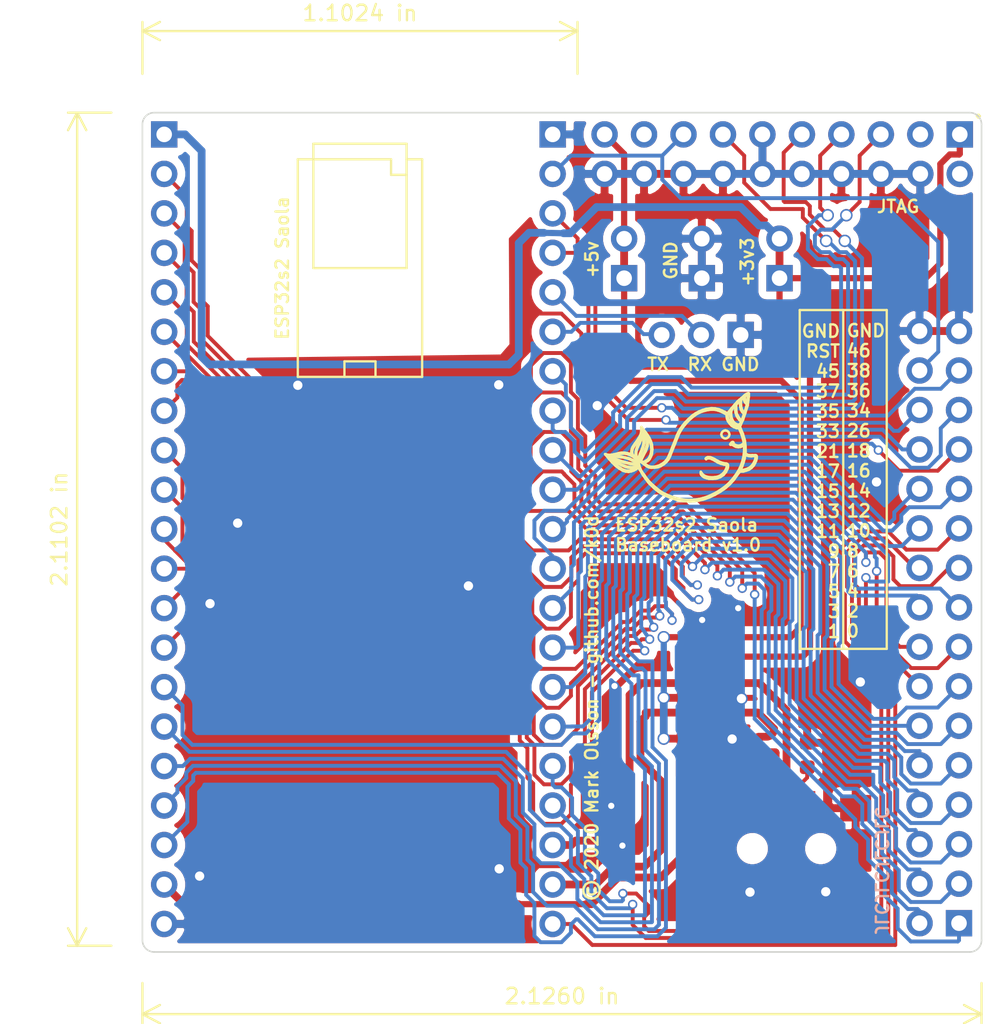
<source format=kicad_pcb>
(kicad_pcb (version 20171130) (host pcbnew "(5.1.6-0-10_14)")
  (title_block (date "jeu. 02 avril 2015"))
  (layers (0 F.Cu signal) (31 B.Cu signal) (34 B.Paste user) (35 F.Paste user) (36 B.SilkS user) (37 F.SilkS user) (38 B.Mask user) (39 F.Mask user) (44 Edge.Cuts user hide))
  (net 0 "")
  (net 1 GND)
  (net 2 +5V)
  (net 3 +3V3)
  (net 4 "Net-(D1-Pad2)")
  (net 5 /RX)
  (net 6 /TX)
  (net 7 /RST)
  (net 8 /46)
  (net 9 /45)
  (net 10 /38)
  (net 11 /37)
  (net 12 /36)
  (net 13 /35)
  (net 14 /34)
  (net 15 /33)
  (net 16 /26)
  (net 17 /21)
  (net 18 /18)
  (net 19 /17)
  (net 20 /16)
  (net 21 /15)
  (net 22 /14)
  (net 23 /13)
  (net 24 /12)
  (net 25 /11)
  (net 26 /10)
  (net 27 /09)
  (net 28 /08)
  (net 29 /07)
  (net 30 /06)
  (net 31 /05)
  (net 32 /04)
  (net 33 /03)
  (net 34 /02)
  (net 35 /01)
  (net 36 /00)
  (net 37 /19)
  (net 38 /20)
  (net 39 /39)
  (net 40 /40)
  (net 41 /41)
  (net 42 /42)
  (net 43 "Net-(J1-Pad4)")
  (net 44 "Net-(J7-Pad17)")
  (net 45 "Net-(J7-Pad3)")
  (net 46 "Net-(J7-Pad2)")
  (module 00_Graphics:Narwahl (layer F.Cu) (at 173.09 68.61)
    (fp_text reference X1 hide)
    (fp_text value Narwahl hide)
  )
  (module 01_Headers_2.54:F_1x21_2.54_V (layer F.Cu) (at 164.65 48.4)
    (fp_text reference J9)
    (fp_text value Conn_01x21)
    (pad 21 thru_hole oval (at 0 50.8) (size 1.7 1.7) (drill 1) (layers *.Cu *.Mask) (net 18 /18))
    (pad 20 thru_hole oval (at 0 48.26) (size 1.7 1.7) (drill 1) (layers *.Cu *.Mask) (net 37 /19))
    (pad 19 thru_hole oval (at 0 45.72) (size 1.7 1.7) (drill 1) (layers *.Cu *.Mask) (net 38 /20))
    (pad 18 thru_hole oval (at 0 43.18) (size 1.7 1.7) (drill 1) (layers *.Cu *.Mask) (net 17 /21))
    (pad 17 thru_hole oval (at 0 40.64) (size 1.7 1.7) (drill 1) (layers *.Cu *.Mask) (net 16 /26))
    (pad 16 thru_hole oval (at 0 38.1) (size 1.7 1.7) (drill 1) (layers *.Cu *.Mask) (net 15 /33))
    (pad 15 thru_hole oval (at 0 35.56) (size 1.7 1.7) (drill 1) (layers *.Cu *.Mask) (net 14 /34))
    (pad 14 thru_hole oval (at 0 33.02) (size 1.7 1.7) (drill 1) (layers *.Cu *.Mask) (net 13 /35))
    (pad 13 thru_hole oval (at 0 30.48) (size 1.7 1.7) (drill 1) (layers *.Cu *.Mask) (net 12 /36))
    (pad 12 thru_hole oval (at 0 27.94) (size 1.7 1.7) (drill 1) (layers *.Cu *.Mask) (net 11 /37))
    (pad 11 thru_hole oval (at 0 25.4) (size 1.7 1.7) (drill 1) (layers *.Cu *.Mask) (net 10 /38))
    (pad 10 thru_hole oval (at 0 22.86) (size 1.7 1.7) (drill 1) (layers *.Cu *.Mask) (net 39 /39))
    (pad 9 thru_hole oval (at 0 20.32) (size 1.7 1.7) (drill 1) (layers *.Cu *.Mask) (net 40 /40))
    (pad 8 thru_hole oval (at 0 17.78) (size 1.7 1.7) (drill 1) (layers *.Cu *.Mask) (net 41 /41))
    (pad 7 thru_hole oval (at 0 15.24) (size 1.7 1.7) (drill 1) (layers *.Cu *.Mask) (net 42 /42))
    (pad 6 thru_hole oval (at 0 12.7) (size 1.7 1.7) (drill 1) (layers *.Cu *.Mask) (net 6 /TX))
    (pad 5 thru_hole oval (at 0 10.16) (size 1.7 1.7) (drill 1) (layers *.Cu *.Mask) (net 5 /RX))
    (pad 4 thru_hole oval (at 0 7.62) (size 1.7 1.7) (drill 1) (layers *.Cu *.Mask) (net 9 /45))
    (pad 3 thru_hole oval (at 0 5.08) (size 1.7 1.7) (drill 1) (layers *.Cu *.Mask) (net 8 /46))
    (pad 2 thru_hole oval (at 0 2.54) (size 1.7 1.7) (drill 1) (layers *.Cu *.Mask) (net 7 /RST))
    (pad 1 thru_hole rect (at 0 0) (size 1.7 1.7) (drill 1) (layers *.Cu *.Mask) (net 1 GND))
  )
  (module 01_Headers_2.54:F_1x21_2.54_V (layer F.Cu) (at 139.65 48.4)
    (fp_text reference J8)
    (fp_text value Conn_01x21)
    (pad 21 thru_hole oval (at 0 50.8) (size 1.7 1.7) (drill 1) (layers *.Cu *.Mask) (net 1 GND))
    (pad 20 thru_hole oval (at 0 48.26) (size 1.7 1.7) (drill 1) (layers *.Cu *.Mask) (net 2 +5V))
    (pad 19 thru_hole oval (at 0 45.72) (size 1.7 1.7) (drill 1) (layers *.Cu *.Mask) (net 19 /17))
    (pad 18 thru_hole oval (at 0 43.18) (size 1.7 1.7) (drill 1) (layers *.Cu *.Mask) (net 20 /16))
    (pad 17 thru_hole oval (at 0 40.64) (size 1.7 1.7) (drill 1) (layers *.Cu *.Mask) (net 21 /15))
    (pad 16 thru_hole oval (at 0 38.1) (size 1.7 1.7) (drill 1) (layers *.Cu *.Mask) (net 22 /14))
    (pad 15 thru_hole oval (at 0 35.56) (size 1.7 1.7) (drill 1) (layers *.Cu *.Mask) (net 23 /13))
    (pad 14 thru_hole oval (at 0 33.02) (size 1.7 1.7) (drill 1) (layers *.Cu *.Mask) (net 24 /12))
    (pad 13 thru_hole oval (at 0 30.48) (size 1.7 1.7) (drill 1) (layers *.Cu *.Mask) (net 25 /11))
    (pad 12 thru_hole oval (at 0 27.94) (size 1.7 1.7) (drill 1) (layers *.Cu *.Mask) (net 26 /10))
    (pad 11 thru_hole oval (at 0 25.4) (size 1.7 1.7) (drill 1) (layers *.Cu *.Mask) (net 27 /09))
    (pad 10 thru_hole oval (at 0 22.86) (size 1.7 1.7) (drill 1) (layers *.Cu *.Mask) (net 28 /08))
    (pad 9 thru_hole oval (at 0 20.32) (size 1.7 1.7) (drill 1) (layers *.Cu *.Mask) (net 29 /07))
    (pad 8 thru_hole oval (at 0 17.78) (size 1.7 1.7) (drill 1) (layers *.Cu *.Mask) (net 30 /06))
    (pad 7 thru_hole oval (at 0 15.24) (size 1.7 1.7) (drill 1) (layers *.Cu *.Mask) (net 31 /05))
    (pad 6 thru_hole oval (at 0 12.7) (size 1.7 1.7) (drill 1) (layers *.Cu *.Mask) (net 32 /04))
    (pad 5 thru_hole oval (at 0 10.16) (size 1.7 1.7) (drill 1) (layers *.Cu *.Mask) (net 33 /03))
    (pad 4 thru_hole oval (at 0 7.62) (size 1.7 1.7) (drill 1) (layers *.Cu *.Mask) (net 34 /02))
    (pad 3 thru_hole oval (at 0 5.08) (size 1.7 1.7) (drill 1) (layers *.Cu *.Mask) (net 35 /01))
    (pad 2 thru_hole oval (at 0 2.54) (size 1.7 1.7) (drill 1) (layers *.Cu *.Mask) (net 36 /00))
    (pad 1 thru_hole rect (at 0 0) (size 1.7 1.7) (drill 1) (layers *.Cu *.Mask) (net 3 +3V3))
  )
  (module 01_Headers_2.54:M_2x10_2.54_V (layer F.Cu) (at 190.85 48.4 270)
    (fp_text reference J7)
    (fp_text value JTAG)
    (pad 20 thru_hole oval (at 2.54 22.86 270) (size 1.7 1.7) (drill 1) (layers *.Cu *.Mask) (net 1 GND))
    (pad 19 thru_hole oval (at 0 22.86 270) (size 1.7 1.7) (drill 1) (layers *.Cu *.Mask) (net 2 +5V))
    (pad 18 thru_hole oval (at 2.54 20.32 270) (size 1.7 1.7) (drill 1) (layers *.Cu *.Mask) (net 1 GND))
    (pad 17 thru_hole oval (at 0 20.32 270) (size 1.7 1.7) (drill 1) (layers *.Cu *.Mask) (net 44 "Net-(J7-Pad17)"))
    (pad 16 thru_hole oval (at 2.54 17.78 270) (size 1.7 1.7) (drill 1) (layers *.Cu *.Mask) (net 1 GND))
    (pad 15 thru_hole oval (at 0 17.78 270) (size 1.7 1.7) (drill 1) (layers *.Cu *.Mask) (net 7 /RST))
    (pad 14 thru_hole oval (at 2.54 15.24 270) (size 1.7 1.7) (drill 1) (layers *.Cu *.Mask) (net 1 GND))
    (pad 13 thru_hole oval (at 0 15.24 270) (size 1.7 1.7) (drill 1) (layers *.Cu *.Mask) (net 40 /40))
    (pad 12 thru_hole oval (at 2.54 12.7 270) (size 1.7 1.7) (drill 1) (layers *.Cu *.Mask) (net 1 GND))
    (pad 11 thru_hole oval (at 0 12.7 270) (size 1.7 1.7) (drill 1) (layers *.Cu *.Mask) (net 1 GND))
    (pad 10 thru_hole oval (at 2.54 10.16 270) (size 1.7 1.7) (drill 1) (layers *.Cu *.Mask) (net 1 GND))
    (pad 9 thru_hole oval (at 0 10.16 270) (size 1.7 1.7) (drill 1) (layers *.Cu *.Mask) (net 39 /39))
    (pad 8 thru_hole oval (at 2.54 7.62 270) (size 1.7 1.7) (drill 1) (layers *.Cu *.Mask) (net 1 GND))
    (pad 7 thru_hole oval (at 0 7.62 270) (size 1.7 1.7) (drill 1) (layers *.Cu *.Mask) (net 42 /42))
    (pad 6 thru_hole oval (at 2.54 5.08 270) (size 1.7 1.7) (drill 1) (layers *.Cu *.Mask) (net 1 GND))
    (pad 5 thru_hole oval (at 0 5.08 270) (size 1.7 1.7) (drill 1) (layers *.Cu *.Mask) (net 41 /41))
    (pad 4 thru_hole oval (at 2.54 2.54 270) (size 1.7 1.7) (drill 1) (layers *.Cu *.Mask) (net 1 GND))
    (pad 3 thru_hole oval (at 0 2.54 270) (size 1.7 1.7) (drill 1) (layers *.Cu *.Mask) (net 45 "Net-(J7-Pad3)"))
    (pad 2 thru_hole oval (at 2.54 0 270) (size 1.7 1.7) (drill 1) (layers *.Cu *.Mask) (net 46 "Net-(J7-Pad2)"))
    (pad 1 thru_hole rect (at 0 0 270) (size 1.7 1.7) (drill 1) (layers *.Cu *.Mask) (net 3 +3V3))
  )
  (module 01_Headers_2.54:M_2x16_2.54_V (layer F.Cu) (at 190.8 99.15 180)
    (fp_text reference J6)
    (fp_text value Conn_02x16_Odd_Even)
    (pad 32 thru_hole oval (at 2.54 38.1 180) (size 1.7 1.7) (drill 1) (layers *.Cu *.Mask) (net 1 GND))
    (pad 31 thru_hole oval (at 0 38.1 180) (size 1.7 1.7) (drill 1) (layers *.Cu *.Mask) (net 1 GND))
    (pad 30 thru_hole oval (at 2.54 35.56 180) (size 1.7 1.7) (drill 1) (layers *.Cu *.Mask) (net 7 /RST))
    (pad 29 thru_hole oval (at 0 35.56 180) (size 1.7 1.7) (drill 1) (layers *.Cu *.Mask) (net 8 /46))
    (pad 28 thru_hole oval (at 2.54 33.02 180) (size 1.7 1.7) (drill 1) (layers *.Cu *.Mask) (net 9 /45))
    (pad 27 thru_hole oval (at 0 33.02 180) (size 1.7 1.7) (drill 1) (layers *.Cu *.Mask) (net 10 /38))
    (pad 26 thru_hole oval (at 2.54 30.48 180) (size 1.7 1.7) (drill 1) (layers *.Cu *.Mask) (net 11 /37))
    (pad 25 thru_hole oval (at 0 30.48 180) (size 1.7 1.7) (drill 1) (layers *.Cu *.Mask) (net 12 /36))
    (pad 24 thru_hole oval (at 2.54 27.94 180) (size 1.7 1.7) (drill 1) (layers *.Cu *.Mask) (net 13 /35))
    (pad 23 thru_hole oval (at 0 27.94 180) (size 1.7 1.7) (drill 1) (layers *.Cu *.Mask) (net 14 /34))
    (pad 22 thru_hole oval (at 2.54 25.4 180) (size 1.7 1.7) (drill 1) (layers *.Cu *.Mask) (net 15 /33))
    (pad 21 thru_hole oval (at 0 25.4 180) (size 1.7 1.7) (drill 1) (layers *.Cu *.Mask) (net 16 /26))
    (pad 20 thru_hole oval (at 2.54 22.86 180) (size 1.7 1.7) (drill 1) (layers *.Cu *.Mask) (net 17 /21))
    (pad 19 thru_hole oval (at 0 22.86 180) (size 1.7 1.7) (drill 1) (layers *.Cu *.Mask) (net 18 /18))
    (pad 18 thru_hole oval (at 2.54 20.32 180) (size 1.7 1.7) (drill 1) (layers *.Cu *.Mask) (net 19 /17))
    (pad 17 thru_hole oval (at 0 20.32 180) (size 1.7 1.7) (drill 1) (layers *.Cu *.Mask) (net 20 /16))
    (pad 16 thru_hole oval (at 2.54 17.78 180) (size 1.7 1.7) (drill 1) (layers *.Cu *.Mask) (net 21 /15))
    (pad 15 thru_hole oval (at 0 17.78 180) (size 1.7 1.7) (drill 1) (layers *.Cu *.Mask) (net 22 /14))
    (pad 14 thru_hole oval (at 2.54 15.24 180) (size 1.7 1.7) (drill 1) (layers *.Cu *.Mask) (net 23 /13))
    (pad 13 thru_hole oval (at 0 15.24 180) (size 1.7 1.7) (drill 1) (layers *.Cu *.Mask) (net 24 /12))
    (pad 12 thru_hole oval (at 2.54 12.7 180) (size 1.7 1.7) (drill 1) (layers *.Cu *.Mask) (net 25 /11))
    (pad 11 thru_hole oval (at 0 12.7 180) (size 1.7 1.7) (drill 1) (layers *.Cu *.Mask) (net 26 /10))
    (pad 10 thru_hole oval (at 2.54 10.16 180) (size 1.7 1.7) (drill 1) (layers *.Cu *.Mask) (net 27 /09))
    (pad 9 thru_hole oval (at 0 10.16 180) (size 1.7 1.7) (drill 1) (layers *.Cu *.Mask) (net 28 /08))
    (pad 8 thru_hole oval (at 2.54 7.62 180) (size 1.7 1.7) (drill 1) (layers *.Cu *.Mask) (net 29 /07))
    (pad 7 thru_hole oval (at 0 7.62 180) (size 1.7 1.7) (drill 1) (layers *.Cu *.Mask) (net 30 /06))
    (pad 6 thru_hole oval (at 2.54 5.08 180) (size 1.7 1.7) (drill 1) (layers *.Cu *.Mask) (net 31 /05))
    (pad 5 thru_hole oval (at 0 5.08 180) (size 1.7 1.7) (drill 1) (layers *.Cu *.Mask) (net 32 /04))
    (pad 4 thru_hole oval (at 2.54 2.54 180) (size 1.7 1.7) (drill 1) (layers *.Cu *.Mask) (net 33 /03))
    (pad 3 thru_hole oval (at 0 2.54 180) (size 1.7 1.7) (drill 1) (layers *.Cu *.Mask) (net 34 /02))
    (pad 2 thru_hole oval (at 2.54 0 180) (size 1.7 1.7) (drill 1) (layers *.Cu *.Mask) (net 35 /01))
    (pad 1 thru_hole rect (at 0 0 180) (size 1.7 1.7) (drill 1) (layers *.Cu *.Mask) (net 36 /00))
  )
  (module 01_Headers_2.54:M_1x02_2.54_V (layer F.Cu) (at 169.25 57.65 180)
    (fp_text reference J5)
    (fp_text value 5v)
    (pad 2 thru_hole oval (at 0 2.54 180) (size 1.7 1.7) (drill 1) (layers *.Cu *.Mask) (net 2 +5V))
    (pad 1 thru_hole rect (at 0 0 180) (size 1.7 1.7) (drill 1) (layers *.Cu *.Mask) (net 2 +5V))
  )
  (module 01_Headers_2.54:M_1x02_2.54_V (layer F.Cu) (at 179.25 57.65 180)
    (fp_text reference J4)
    (fp_text value 3v3)
    (pad 2 thru_hole oval (at 0 2.54 180) (size 1.7 1.7) (drill 1) (layers *.Cu *.Mask) (net 3 +3V3))
    (pad 1 thru_hole rect (at 0 0 180) (size 1.7 1.7) (drill 1) (layers *.Cu *.Mask) (net 3 +3V3))
  )
  (module 01_Headers_2.54:M_1x02_2.54_V (layer F.Cu) (at 174.25 57.65 180)
    (fp_text reference J3)
    (fp_text value GND)
    (pad 2 thru_hole oval (at 0 2.54 180) (size 1.7 1.7) (drill 1) (layers *.Cu *.Mask) (net 1 GND))
    (pad 1 thru_hole rect (at 0 0 180) (size 1.7 1.7) (drill 1) (layers *.Cu *.Mask) (net 1 GND))
  )
  (module 01_Headers_2.54:M_1x03_2.54_V (layer F.Cu) (at 176.75 61.3 270)
    (fp_text reference J2)
    (fp_text value UART)
    (pad 3 thru_hole oval (at 0 5.08 270) (size 1.7 1.7) (drill 1) (layers *.Cu *.Mask) (net 6 /TX))
    (pad 2 thru_hole oval (at 0 2.54 270) (size 1.7 1.7) (drill 1) (layers *.Cu *.Mask) (net 5 /RX))
    (pad 1 thru_hole rect (at 0 0 270) (size 1.7 1.7) (drill 1) (layers *.Cu *.Mask) (net 1 GND))
  )
  (module 01_Packages:SOT-23-6 (layer F.Cu) (at 174.275 84.65 180)
    (fp_text reference U1)
    (fp_text value USBLC6-2SC6)
    (pad 5 smd rect (at 1.1 0 180) (size 1.06 0.65) (layers F.Cu F.Paste F.Mask) (net 2 +5V))
    (pad 6 smd rect (at 1.1 -0.95 180) (size 1.06 0.65) (layers F.Cu F.Paste F.Mask) (net 37 /19))
    (pad 4 smd rect (at 1.1 0.95 180) (size 1.06 0.65) (layers F.Cu F.Paste F.Mask) (net 38 /20))
    (pad 3 smd rect (at -1.1 0.95 180) (size 1.06 0.65) (layers F.Cu F.Paste F.Mask) (net 38 /20))
    (pad 2 smd rect (at -1.1 0 180) (size 1.06 0.65) (layers F.Cu F.Paste F.Mask) (net 1 GND))
    (pad 1 smd rect (at -1.1 -0.95 180) (size 1.06 0.65) (layers F.Cu F.Paste F.Mask) (net 37 /19))
  )
  (module 01_Passives:R_0603_1608Metric (layer F.Cu) (at 173.95 82 180)
    (fp_text reference R2)
    (fp_text value 1k5)
    (pad 2 smd roundrect (at 0.7875 0 180) (size 0.875 0.95) (layers F.Cu F.Paste F.Mask) (net 38 /20))
    (pad 1 smd roundrect (at -0.7875 0 180) (size 0.875 0.95) (layers F.Cu F.Paste F.Mask) (net 3 +3V3))
  )
  (module 01_Passives:R_0603_1608Metric (layer F.Cu) (at 181.03 88.33 90)
    (fp_text reference R1)
    (fp_text value 100k)
    (pad 2 smd roundrect (at 0.7875 0 90) (size 0.875 0.95) (layers F.Cu F.Paste F.Mask) (net 1 GND))
    (pad 1 smd roundrect (at -0.7875 0 90) (size 0.875 0.95) (layers F.Cu F.Paste F.Mask) (net 43 "Net-(J1-Pad4)"))
  )
  (module 01_Connectors:USB_Mini-B_Socket (layer F.Cu) (at 179.7 94.35)
    (fp_text reference J1)
    (fp_text value USB_B_Mini)
    (pad "" np_thru_hole circle (at 2.2 0) (size 1 1) (drill 1) (layers *.Cu *.Mask))
    (pad "" np_thru_hole circle (at -2.2 0) (size 1 1) (drill 1) (layers *.Cu *.Mask))
    (pad 6 smd rect (at 4.45 2.85) (size 2 1.7) (layers F.Cu F.Paste F.Mask) (net 1 GND))
    (pad 6 smd rect (at 4.45 -2.6) (size 2 1.7) (layers F.Cu F.Paste F.Mask) (net 1 GND))
    (pad 6 smd rect (at -4.45 2.85) (size 2 1.7) (layers F.Cu F.Paste F.Mask) (net 1 GND))
    (pad 6 smd rect (at -4.45 -2.6) (size 2 1.7) (layers F.Cu F.Paste F.Mask) (net 1 GND))
    (pad 5 smd rect (at 1.6 -2.7) (size 0.5 2) (layers F.Cu F.Paste F.Mask) (net 1 GND))
    (pad 4 smd rect (at 0.8 -2.7) (size 0.5 2) (layers F.Cu F.Paste F.Mask) (net 43 "Net-(J1-Pad4)"))
    (pad 3 smd rect (at 0 -2.7) (size 0.5 2) (layers F.Cu F.Paste F.Mask) (net 38 /20))
    (pad 2 smd rect (at -0.8 -2.7) (size 0.5 2) (layers F.Cu F.Paste F.Mask) (net 37 /19))
    (pad 1 smd rect (at -1.6 -2.7) (size 0.5 2) (layers F.Cu F.Paste F.Mask) (net 4 "Net-(D1-Pad2)"))
  )
  (module 01_Passives:D_SOD-323 (layer F.Cu) (at 174.325 89.2)
    (fp_text reference D1)
    (fp_text value BAT60A)
    (pad 2 smd rect (at 1.25 0) (size 1 1) (layers F.Cu F.Paste F.Mask) (net 4 "Net-(D1-Pad2)"))
    (pad 1 smd rect (at -1.25 0) (size 1 1) (layers F.Cu F.Paste F.Mask) (net 2 +5V))
  )
  (module 01_Passives:C_0603_1608Metric (layer F.Cu) (at 173.85 87.275)
    (fp_text reference C1)
    (fp_text value 100nF)
    (pad 2 smd roundrect (at 0.7875 0) (size 0.875 0.95) (layers F.Cu F.Paste F.Mask) (net 1 GND))
    (pad 1 smd roundrect (at -0.7875 0) (size 0.875 0.95) (layers F.Cu F.Paste F.Mask) (net 2 +5V))
  )
  (gr_text . (at 192.05 46.4) (layer F.SilkS) (effects (font (size 2 2))))
  (gr_text JLCJLCJLCJLC (at 185.81 99.98 270) (layer B.SilkS) (effects (font (size 0.8 0.8) (thickness 0.153)) (justify left mirror)))
  (gr_arc (start 139 100.25) (end 138.25 100.25) (angle -90) (layer Edge.Cuts) (width 0.1))
  (gr_arc (start 191.5 100.25) (end 191.5 101) (angle -90) (layer Edge.Cuts) (width 0.1))
  (gr_arc (start 191.5 47.75) (end 192.25 47.75) (angle -90) (layer Edge.Cuts) (width 0.1))
  (gr_arc (start 139 47.75) (end 139 47) (angle -90) (layer Edge.Cuts) (width 0.1))
  (gr_text "© 2020 Mark Olsson - github.com/k0d" (at 167.17 97.82 90) (layer F.SilkS) (effects (font (size 0.8 0.8) (thickness 0.153)) (justify left)))
  (gr_line (start 180.55 81.5) (end 186.15 81.5) (layer F.SilkS) (width 0.15))
  (gr_line (start 180.55 59.7) (end 186.15 59.7) (layer F.SilkS) (width 0.15))
  (gr_line (start 186.15 59.7) (end 186.15 81.5) (layer F.SilkS) (width 0.15))
  (gr_line (start 180.55 59.7) (end 180.55 81.5) (layer F.SilkS) (width 0.15))
  (gr_line (start 183.35 59.7) (end 183.35 81.5) (layer F.SilkS) (width 0.15))
  (gr_text "GND\n46\n38\n36\n34\n26\n18\n16\n14\n12\n10\n8\n6\n4\n2\n0" (at 183.49 70.69) (layer F.SilkS) (effects (font (size 0.8 0.8) (thickness 0.153)) (justify left)))
  (gr_text "GND\nRST\n45\n37\n35\n33\n21\n17\n15\n13\n11\n9\n7\n5\n3\n1" (at 183.23 70.72) (layer F.SilkS) (effects (font (size 0.8 0.8) (thickness 0.153)) (justify right)))
  (gr_line (start 154.25 51) (end 155.25 51) (layer F.SilkS) (width 0.15))
  (gr_line (start 154.25 50) (end 154.25 51) (layer F.SilkS) (width 0.15))
  (gr_line (start 149.25 50) (end 154.25 50) (layer F.SilkS) (width 0.15))
  (gr_line (start 148.25 50) (end 149.25 50) (layer F.SilkS) (width 0.15))
  (gr_line (start 156.25 50) (end 155.25 50) (layer F.SilkS) (width 0.15))
  (gr_line (start 155.25 57) (end 155.25 50) (layer F.SilkS) (width 0.15))
  (gr_line (start 149.25 57) (end 155.25 57) (layer F.SilkS) (width 0.15))
  (gr_line (start 149.25 50) (end 149.25 57) (layer F.SilkS) (width 0.15))
  (gr_line (start 153.25 63) (end 153.25 64) (layer F.SilkS) (width 0.15))
  (gr_line (start 151.25 63) (end 153.25 63) (layer F.SilkS) (width 0.15))
  (gr_line (start 151.25 64) (end 151.25 63) (layer F.SilkS) (width 0.15))
  (gr_line (start 156.25 64) (end 156.25 50) (layer F.SilkS) (width 0.15))
  (gr_line (start 148.25 64) (end 156.25 64) (layer F.SilkS) (width 0.15))
  (gr_line (start 148.25 50) (end 148.25 64) (layer F.SilkS) (width 0.15))
  (gr_line (start 149.25 50) (end 149.25 49) (layer F.SilkS) (width 0.15))
  (gr_line (start 155.25 49) (end 155.25 50) (layer F.SilkS) (width 0.15))
  (gr_line (start 149.25 49) (end 155.25 49) (layer F.SilkS) (width 0.15))
  (gr_text JTAG (at 186.88 53.04) (layer F.SilkS) (effects (font (size 0.8 0.8) (thickness 0.153))))
  (gr_text +3v3 (at 177.18 56.61 90) (layer F.SilkS) (effects (font (size 0.8 0.8) (thickness 0.153))))
  (gr_text GND (at 172.25 56.51 90) (layer F.SilkS) (effects (font (size 0.8 0.8) (thickness 0.153))))
  (gr_text +5v (at 167.18 56.44 90) (layer F.SilkS) (effects (font (size 0.8 0.8) (thickness 0.153))))
  (gr_text "ESP32s2 Saola" (at 147.25 57 90) (layer F.SilkS) (effects (font (size 0.8 0.8) (thickness 0.153))))
  (gr_text "TX  RX GND" (at 174.35 63.2) (layer F.SilkS) (effects (font (size 0.8 0.8) (thickness 0.153))))
  (gr_text "ESP32s2 Saola\nBaseboard v1.0" (at 168.58 74.17) (layer F.SilkS) (effects (font (size 0.8 0.8) (thickness 0.153)) (justify left)))
  (dimension 54 (width 0.15) (layer F.SilkS) (gr_text "54.000 mm" (at 165.25 106.3) (layer F.SilkS) (effects (font (size 1 1) (thickness 0.15)))) (feature1 (pts (xy 192.25 103) (xy 192.25 105.586421))) (feature2 (pts (xy 138.25 103) (xy 138.25 105.586421))) (crossbar (pts (xy 138.25 105) (xy 192.25 105))) (arrow1a (pts (xy 192.25 105) (xy 191.123496 105.586421))) (arrow1b (pts (xy 192.25 105) (xy 191.123496 104.413579))) (arrow2a (pts (xy 138.25 105) (xy 139.376504 105.586421))) (arrow2b (pts (xy 138.25 105) (xy 139.376504 104.413579))))
  (dimension 53.6 (width 0.15) (layer F.SilkS) (gr_text "53.600 mm" (at 132.75 73.8 270) (layer F.SilkS) (effects (font (size 1 1) (thickness 0.15)))) (feature1 (pts (xy 136.25 100.6) (xy 133.463579 100.6))) (feature2 (pts (xy 136.25 47) (xy 133.463579 47))) (crossbar (pts (xy 134.05 47) (xy 134.05 100.6))) (arrow1a (pts (xy 134.05 100.6) (xy 133.463579 99.473496))) (arrow1b (pts (xy 134.05 100.6) (xy 134.636421 99.473496))) (arrow2a (pts (xy 134.05 47) (xy 133.463579 48.126504))) (arrow2b (pts (xy 134.05 47) (xy 134.636421 48.126504))))
  (dimension 28 (width 0.15) (layer F.SilkS) (gr_text "28.000 mm" (at 152.25 40.45) (layer F.SilkS) (effects (font (size 1 1) (thickness 0.15)))) (feature1 (pts (xy 166.25 44.5) (xy 166.25 41.163579))) (feature2 (pts (xy 138.25 44.5) (xy 138.25 41.163579))) (crossbar (pts (xy 138.25 41.75) (xy 166.25 41.75))) (arrow1a (pts (xy 166.25 41.75) (xy 165.123496 42.336421))) (arrow1b (pts (xy 166.25 41.75) (xy 165.123496 41.163579))) (arrow2a (pts (xy 138.25 41.75) (xy 139.376504 42.336421))) (arrow2b (pts (xy 138.25 41.75) (xy 139.376504 41.163579))))
  (gr_line (start 138.25 100.25) (end 138.25 47.75) (layer Edge.Cuts) (width 0.1))
  (gr_line (start 139 101) (end 191.5 101) (layer Edge.Cuts) (width 0.1))
  (gr_line (start 192.25 47.75) (end 192.25 100.25) (layer Edge.Cuts) (width 0.1))
  (gr_line (start 139 47) (end 191.5 47) (layer Edge.Cuts) (width 0.1))
  (via (at 167.52 65.85) (size 0.8) (drill 0.6) (layers F.Cu B.Cu) (net 1))
  (via (at 169.14 94.16) (size 0.6) (drill 0.4) (layers F.Cu B.Cu) (net 1))
  (via (at 168.63 83.89) (size 0.6) (drill 0.4) (layers F.Cu B.Cu) (net 1))
  (via (at 168.42 91.6) (size 0.6) (drill 0.4) (layers F.Cu B.Cu) (net 1))
  (via (at 176.8 84.7) (size 0.8) (drill 0.6) (layers F.Cu B.Cu) (net 1))
  (segment (start 176.75 84.65) (end 176.8 84.7) (width 0.5) (layer F.Cu) (net 1))
  (segment (start 175.375 84.65) (end 176.75 84.65) (width 0.5) (layer F.Cu) (net 1))
  (via (at 176.2 87.3) (size 0.8) (drill 0.6) (layers F.Cu B.Cu) (net 1))
  (via (at 177.35 97.15) (size 0.8) (drill 0.6) (layers F.Cu B.Cu) (net 1))
  (via (at 182.225 97.125) (size 0.8) (drill 0.6) (layers F.Cu B.Cu) (net 1))
  (via (at 174.27 79.64) (size 0.6) (drill 0.4) (layers F.Cu B.Cu) (net 1))
  (via (at 176.59 78.88) (size 0.6) (drill 0.4) (layers F.Cu B.Cu) (net 1))
  (segment (start 167.120001 65.450001) (end 167.52 65.85) (width 0.25) (layer F.Cu) (net 1))
  (segment (start 166.49999 64.82999) (end 167.120001 65.450001) (width 0.25) (layer F.Cu) (net 1))
  (segment (start 166.49999 61.210988) (end 166.49999 64.82999) (width 0.25) (layer F.Cu) (net 1))
  (segment (start 165.214001 59.924999) (end 166.49999 61.210988) (width 0.25) (layer F.Cu) (net 1))
  (segment (start 162.800686 59.924999) (end 165.214001 59.924999) (width 0.25) (layer F.Cu) (net 1))
  (segment (start 162.725685 60) (end 162.800686 59.924999) (width 0.25) (layer F.Cu) (net 1))
  (segment (start 162.16 60) (end 162.725685 60) (width 0.25) (layer F.Cu) (net 1))
  (via (at 184.45 83.63) (size 0.8) (drill 0.6) (layers F.Cu B.Cu) (net 1))
  (segment (start 168.715736 94.16) (end 167.465737 95.409999) (width 0.4) (layer F.Cu) (net 1))
  (segment (start 169.14 94.16) (end 168.715736 94.16) (width 0.4) (layer F.Cu) (net 1))
  (via (at 161.21 95.65) (size 0.8) (drill 0.6) (layers F.Cu B.Cu) (net 1))
  (segment (start 162.015686 95.409999) (end 167.465737 95.409999) (width 0.4) (layer F.Cu) (net 1))
  (segment (start 161.775685 95.65) (end 162.015686 95.409999) (width 0.4) (layer F.Cu) (net 1))
  (segment (start 161.21 95.65) (end 161.775685 95.65) (width 0.4) (layer F.Cu) (net 1))
  (via (at 185.49 70.76) (size 0.8) (drill 0.6) (layers F.Cu B.Cu) (net 1))
  (via (at 161.18 64.51) (size 0.8) (drill 0.6) (layers F.Cu B.Cu) (net 1))
  (via (at 148.25 64.54) (size 0.8) (drill 0.6) (layers F.Cu B.Cu) (net 1))
  (via (at 159.23 77.45) (size 0.8) (drill 0.6) (layers F.Cu B.Cu) (net 1))
  (via (at 142.6 78.59) (size 0.8) (drill 0.6) (layers F.Cu B.Cu) (net 1))
  (via (at 141.93 96.12) (size 0.8) (drill 0.6) (layers F.Cu B.Cu) (net 1))
  (via (at 144.38 73.41) (size 0.8) (drill 0.6) (layers F.Cu B.Cu) (net 1))
  (segment (start 162.45 97.925) (end 166.799999 97.925001) (width 0.4) (layer F.Cu) (net 2))
  (segment (start 169.25 57.65) (end 169.25 55.11) (width 0.5) (layer F.Cu) (net 2))
  (segment (start 169.25 49.66) (end 167.99 48.4) (width 0.4) (layer F.Cu) (net 2))
  (segment (start 169.25 55.11) (end 169.25 49.66) (width 0.4) (layer F.Cu) (net 2))
  (segment (start 173.075 87.2875) (end 173.06875 87.28125) (width 0.5) (layer F.Cu) (net 2))
  (segment (start 173.075 89.2) (end 173.075 87.2875) (width 0.5) (layer F.Cu) (net 2))
  (segment (start 140.915 97.925) (end 139.65 96.66) (width 0.5) (layer F.Cu) (net 2))
  (segment (start 162.45 97.925) (end 140.915 97.925) (width 0.5) (layer F.Cu) (net 2))
  (segment (start 173.06875 87.28125) (end 173.0625 87.275) (width 0.5) (layer F.Cu) (net 2))
  (via (at 171.8 87.275) (size 0.8) (drill 0.6) (layers F.Cu B.Cu) (net 2))
  (segment (start 171.8 87.275) (end 173.0625 87.275) (width 0.5) (layer F.Cu) (net 2))
  (segment (start 171.8 87.275) (end 171.8 84.65) (width 0.5) (layer B.Cu) (net 2))
  (via (at 171.8 84.65) (size 0.8) (drill 0.6) (layers F.Cu B.Cu) (net 2))
  (segment (start 171.8 84.65) (end 173.175 84.65) (width 0.5) (layer F.Cu) (net 2))
  (via (at 171.8 80.75) (size 0.8) (drill 0.6) (layers F.Cu B.Cu) (net 2))
  (segment (start 171.8 84.65) (end 171.8 80.75) (width 0.4) (layer B.Cu) (net 2))
  (segment (start 166.799999 97.925001) (end 167.144999 97.925001) (width 0.5) (layer F.Cu) (net 2))
  (segment (start 167.144999 97.925001) (end 168.86 96.21) (width 0.5) (layer F.Cu) (net 2))
  (segment (start 173.075 89.2) (end 173.075 94.745) (width 0.5) (layer F.Cu) (net 2))
  (segment (start 171.61 96.21) (end 168.86 96.21) (width 0.5) (layer F.Cu) (net 2))
  (segment (start 173.075 94.745) (end 171.61 96.21) (width 0.5) (layer F.Cu) (net 2))
  (segment (start 179.94999 80.75) (end 171.8 80.75) (width 0.4) (layer F.Cu) (net 2))
  (segment (start 180.60999 80.09) (end 179.94999 80.75) (width 0.4) (layer F.Cu) (net 2))
  (segment (start 179.370537 64.250557) (end 180.60999 65.49001) (width 0.4) (layer F.Cu) (net 2))
  (segment (start 180.60999 65.49001) (end 180.60999 80.09) (width 0.4) (layer F.Cu) (net 2))
  (segment (start 169.660557 64.250557) (end 179.370537 64.250557) (width 0.4) (layer F.Cu) (net 2))
  (segment (start 169.25 63.84) (end 169.660557 64.250557) (width 0.4) (layer F.Cu) (net 2))
  (segment (start 169.25 57.65) (end 169.25 63.84) (width 0.4) (layer F.Cu) (net 2))
  (segment (start 179.25 57.65) (end 179.25 55.11) (width 0.5) (layer F.Cu) (net 3))
  (segment (start 179.25 57.65) (end 188.65 57.65) (width 0.4) (layer F.Cu) (net 3))
  (segment (start 189.599999 56.700001) (end 189.599999 50.300001) (width 0.4) (layer F.Cu) (net 3))
  (segment (start 188.65 57.65) (end 189.599999 56.700001) (width 0.4) (layer F.Cu) (net 3))
  (segment (start 190.210001 49.689999) (end 189.599999 50.300001) (width 0.4) (layer F.Cu) (net 3))
  (segment (start 190.810001 49.689999) (end 190.210001 49.689999) (width 0.4) (layer F.Cu) (net 3))
  (segment (start 190.85 49.65) (end 190.810001 49.689999) (width 0.4) (layer F.Cu) (net 3))
  (segment (start 190.85 48.4) (end 190.85 49.65) (width 0.4) (layer F.Cu) (net 3))
  (segment (start 174.7375 82) (end 180.74 82) (width 0.4) (layer F.Cu) (net 3))
  (segment (start 180.74 82) (end 181.21 81.53) (width 0.4) (layer F.Cu) (net 3))
  (segment (start 181.21 81.53) (end 181.21 61.58) (width 0.4) (layer F.Cu) (net 3))
  (segment (start 179.25 59.62) (end 179.25 57.65) (width 0.4) (layer F.Cu) (net 3))
  (segment (start 181.21 61.58) (end 179.25 59.62) (width 0.4) (layer F.Cu) (net 3))
  (segment (start 177.940001 54.260001) (end 176.75501 53.07501) (width 0.5) (layer B.Cu) (net 3))
  (segment (start 178.400001 54.260001) (end 177.940001 54.260001) (width 0.5) (layer B.Cu) (net 3))
  (segment (start 176.75501 53.07501) (end 167.47499 53.07501) (width 0.5) (layer B.Cu) (net 3))
  (segment (start 179.25 55.11) (end 178.400001 54.260001) (width 0.5) (layer B.Cu) (net 3))
  (segment (start 142.06 49.46) (end 141 48.4) (width 0.5) (layer B.Cu) (net 3))
  (segment (start 142.06 62.71) (end 142.06 49.46) (width 0.5) (layer B.Cu) (net 3))
  (segment (start 142.55 63.2) (end 142.06 62.71) (width 0.5) (layer B.Cu) (net 3))
  (segment (start 161.84 63.2) (end 142.55 63.2) (width 0.5) (layer B.Cu) (net 3))
  (segment (start 141 48.4) (end 139.65 48.4) (width 0.5) (layer B.Cu) (net 3))
  (segment (start 163.129999 54.730001) (end 162.47 55.39) (width 0.5) (layer B.Cu) (net 3))
  (segment (start 162.47 62.57) (end 161.84 63.2) (width 0.5) (layer B.Cu) (net 3))
  (segment (start 162.47 55.39) (end 162.47 62.57) (width 0.5) (layer B.Cu) (net 3))
  (segment (start 164.089997 54.730001) (end 163.129999 54.730001) (width 0.5) (layer B.Cu) (net 3))
  (segment (start 164.089997 54.730001) (end 165.35 54.76) (width 0.4) (layer B.Cu) (net 3))
  (segment (start 165.79 54.76) (end 167.47499 53.07501) (width 0.5) (layer B.Cu) (net 3))
  (segment (start 165.35 54.76) (end 165.79 54.76) (width 0.5) (layer B.Cu) (net 3))
  (segment (start 177.15 89.2) (end 175.575 89.2) (width 0.5) (layer F.Cu) (net 4))
  (segment (start 178.1 90.15) (end 177.15 89.2) (width 0.5) (layer F.Cu) (net 4))
  (segment (start 178.1 91.65) (end 178.1 90.15) (width 0.5) (layer F.Cu) (net 4))
  (segment (start 164.65 58.56) (end 166.164999 60.074999) (width 0.25) (layer B.Cu) (net 5))
  (segment (start 172.964999 60.074999) (end 174.14 61.25) (width 0.25) (layer B.Cu) (net 5))
  (segment (start 166.164999 60.074999) (end 172.964999 60.074999) (width 0.25) (layer B.Cu) (net 5))
  (segment (start 171.45 61.1) (end 171.6 61.25) (width 0.25) (layer B.Cu) (net 6))
  (segment (start 165.852081 61.1) (end 166.42 60.532081) (width 0.25) (layer B.Cu) (net 6))
  (segment (start 164.65 61.1) (end 165.852081 61.1) (width 0.25) (layer B.Cu) (net 6))
  (segment (start 170.5 61.25) (end 169.775009 60.525009) (width 0.25) (layer B.Cu) (net 6))
  (segment (start 171.6 61.25) (end 170.5 61.25) (width 0.25) (layer B.Cu) (net 6))
  (segment (start 169.775009 60.525009) (end 166.45 60.525009) (width 0.25) (layer B.Cu) (net 6))
  (segment (start 165.499999 50.090001) (end 164.65 50.94) (width 0.25) (layer B.Cu) (net 7))
  (segment (start 165.825001 49.764999) (end 165.499999 50.090001) (width 0.25) (layer B.Cu) (net 7))
  (segment (start 171.705001 49.764999) (end 165.825001 49.764999) (width 0.25) (layer B.Cu) (net 7))
  (segment (start 173.07 48.4) (end 171.705001 49.764999) (width 0.25) (layer B.Cu) (net 7))
  (segment (start 171.705001 51.314003) (end 172.890998 52.5) (width 0.25) (layer B.Cu) (net 7))
  (segment (start 171.705001 49.764999) (end 171.705001 51.314003) (width 0.25) (layer B.Cu) (net 7))
  (segment (start 189.465001 55.315001) (end 189.465001 62.384999) (width 0.25) (layer B.Cu) (net 7))
  (segment (start 186.65 52.5) (end 189.465001 55.315001) (width 0.25) (layer B.Cu) (net 7))
  (segment (start 189.109999 62.740001) (end 188.26 63.59) (width 0.25) (layer B.Cu) (net 7))
  (segment (start 189.465001 62.384999) (end 189.109999 62.740001) (width 0.25) (layer B.Cu) (net 7))
  (segment (start 172.890998 52.5) (end 186.65 52.5) (width 0.25) (layer B.Cu) (net 7))
  (via (at 171.67 65.99) (size 0.6) (drill 0.4) (layers F.Cu B.Cu) (net 8))
  (segment (start 166.256401 55.086401) (end 164.65 53.48) (width 0.25) (layer F.Cu) (net 8))
  (segment (start 167.40001 56.7136) (end 166.256401 55.569991) (width 0.25) (layer F.Cu) (net 8))
  (segment (start 167.40001 64.020598) (end 167.40001 56.7136) (width 0.25) (layer F.Cu) (net 8))
  (segment (start 166.256401 55.569991) (end 166.256401 55.086401) (width 0.25) (layer F.Cu) (net 8))
  (segment (start 169.369412 65.99) (end 167.40001 64.020598) (width 0.25) (layer F.Cu) (net 8))
  (segment (start 171.67 65.99) (end 169.369412 65.99) (width 0.25) (layer F.Cu) (net 8))
  (segment (start 189.950001 64.439999) (end 190.8 63.59) (width 0.25) (layer B.Cu) (net 8))
  (segment (start 189.624999 64.765001) (end 189.950001 64.439999) (width 0.25) (layer B.Cu) (net 8))
  (segment (start 171.67 65.99) (end 172.34359 65.99) (width 0.25) (layer B.Cu) (net 8))
  (segment (start 186.23 66.49) (end 187.954999 64.765001) (width 0.25) (layer B.Cu) (net 8))
  (segment (start 172.84359 66.49) (end 186.23 66.49) (width 0.25) (layer B.Cu) (net 8))
  (segment (start 172.34359 65.99) (end 172.84359 66.49) (width 0.25) (layer B.Cu) (net 8))
  (segment (start 187.954999 64.765001) (end 189.624999 64.765001) (width 0.25) (layer B.Cu) (net 8))
  (segment (start 187.84 66.55) (end 188.26 66.13) (width 0.25) (layer B.Cu) (net 9))
  (via (at 171.94 66.77) (size 0.6) (drill 0.4) (layers F.Cu B.Cu) (net 9))
  (segment (start 166.07 56.02) (end 164.65 56.02) (width 0.25) (layer F.Cu) (net 9))
  (segment (start 166.95 64.206998) (end 166.95 56.9) (width 0.25) (layer F.Cu) (net 9))
  (segment (start 166.95 56.9) (end 166.07 56.02) (width 0.25) (layer F.Cu) (net 9))
  (segment (start 169.513002 66.77) (end 166.95 64.206998) (width 0.25) (layer F.Cu) (net 9))
  (segment (start 171.94 66.77) (end 169.513002 66.77) (width 0.25) (layer F.Cu) (net 9))
  (segment (start 172.11978 66.94978) (end 171.94 66.77) (width 0.25) (layer B.Cu) (net 9))
  (segment (start 186.596909 67.473091) (end 186.073595 66.949779) (width 0.25) (layer B.Cu) (net 9))
  (segment (start 186.916909 67.473091) (end 186.596909 67.473091) (width 0.25) (layer B.Cu) (net 9))
  (segment (start 186.073595 66.949779) (end 172.11978 66.94978) (width 0.25) (layer B.Cu) (net 9))
  (segment (start 188.26 66.13) (end 186.916909 67.473091) (width 0.25) (layer B.Cu) (net 9))
  (segment (start 165.569872 73.172567) (end 165.569871 73.320129) (width 0.25) (layer B.Cu) (net 10))
  (segment (start 187.695999 69.845001) (end 185.700795 67.849797) (width 0.25) (layer B.Cu) (net 10))
  (segment (start 188.824001 69.845001) (end 187.695999 69.845001) (width 0.25) (layer B.Cu) (net 10))
  (segment (start 165.569871 73.320129) (end 165.09 73.8) (width 0.25) (layer B.Cu) (net 10))
  (segment (start 189.624999 69.044003) (end 188.824001 69.845001) (width 0.25) (layer B.Cu) (net 10))
  (segment (start 170.892642 67.849798) (end 165.569872 73.172567) (width 0.25) (layer B.Cu) (net 10))
  (segment (start 189.624999 67.305001) (end 189.624999 69.044003) (width 0.25) (layer B.Cu) (net 10))
  (segment (start 165.09 73.8) (end 164.65 73.8) (width 0.25) (layer B.Cu) (net 10))
  (segment (start 185.700795 67.849797) (end 170.892642 67.849798) (width 0.25) (layer B.Cu) (net 10))
  (segment (start 190.8 66.13) (end 189.624999 67.305001) (width 0.25) (layer B.Cu) (net 10))
  (segment (start 163.474999 74.364001) (end 164.65 75.539002) (width 0.25) (layer B.Cu) (net 11))
  (segment (start 163.474999 73.235999) (end 163.474999 74.364001) (width 0.25) (layer B.Cu) (net 11))
  (segment (start 164.100998 72.61) (end 163.474999 73.235999) (width 0.25) (layer B.Cu) (net 11))
  (segment (start 168.688014 69.418015) (end 165.496029 72.61) (width 0.25) (layer B.Cu) (net 11))
  (segment (start 185.887196 67.399788) (end 170.706243 67.399789) (width 0.25) (layer B.Cu) (net 11))
  (segment (start 164.65 75.539002) (end 164.65 76.34) (width 0.25) (layer B.Cu) (net 11))
  (segment (start 187.157408 68.67) (end 185.887196 67.399788) (width 0.25) (layer B.Cu) (net 11))
  (segment (start 170.706243 67.399789) (end 168.688014 69.418015) (width 0.25) (layer B.Cu) (net 11))
  (segment (start 165.496029 72.61) (end 164.100998 72.61) (width 0.25) (layer B.Cu) (net 11))
  (segment (start 188.26 68.67) (end 187.157408 68.67) (width 0.25) (layer B.Cu) (net 11))
  (via (at 185.61 68.71) (size 0.6) (drill 0.4) (layers F.Cu B.Cu) (net 12))
  (segment (start 178.01 68.299807) (end 182.186864 68.299812) (width 0.25) (layer B.Cu) (net 12))
  (segment (start 171.079043 68.299807) (end 178.01 68.299807) (width 0.25) (layer B.Cu) (net 12))
  (segment (start 166.019881 73.358968) (end 171.079043 68.299807) (width 0.25) (layer B.Cu) (net 12))
  (segment (start 166.019881 76.07) (end 166.019881 73.358968) (width 0.25) (layer B.Cu) (net 12))
  (segment (start 165.849902 76.239979) (end 166.019881 76.07) (width 0.25) (layer B.Cu) (net 12))
  (segment (start 165.849902 77.680098) (end 165.849902 76.239979) (width 0.25) (layer B.Cu) (net 12))
  (segment (start 164.65 78.88) (end 165.849902 77.680098) (width 0.25) (layer B.Cu) (net 12))
  (segment (start 189.56 69.91) (end 190.8 68.67) (width 0.25) (layer F.Cu) (net 12))
  (segment (start 185.61 68.71) (end 185.199807 68.299807) (width 0.25) (layer B.Cu) (net 12))
  (segment (start 182.186869 68.299807) (end 182.186864 68.299812) (width 0.25) (layer B.Cu) (net 12))
  (segment (start 185.199807 68.299807) (end 182.186869 68.299807) (width 0.25) (layer B.Cu) (net 12))
  (segment (start 189.435001 70.034999) (end 189.56 69.91) (width 0.25) (layer F.Cu) (net 12))
  (segment (start 186.934999 70.034999) (end 189.435001 70.034999) (width 0.25) (layer F.Cu) (net 12))
  (segment (start 185.61 68.71) (end 186.934999 70.034999) (width 0.25) (layer F.Cu) (net 12))
  (segment (start 188.133588 71.21) (end 188.26 71.21) (width 0.25) (layer B.Cu) (net 13))
  (segment (start 186.63499 72.708598) (end 188.133588 71.21) (width 0.25) (layer B.Cu) (net 13))
  (segment (start 186.34359 73.41) (end 186.634989 73.118601) (width 0.25) (layer B.Cu) (net 13))
  (segment (start 186.076784 73.41) (end 186.34359 73.41) (width 0.25) (layer B.Cu) (net 13))
  (segment (start 171.265443 68.749817) (end 178.16 68.749817) (width 0.25) (layer B.Cu) (net 13))
  (segment (start 166.299912 81.29) (end 166.299912 77.310088) (width 0.25) (layer B.Cu) (net 13))
  (segment (start 166.469895 73.545364) (end 171.265443 68.749817) (width 0.25) (layer B.Cu) (net 13))
  (segment (start 178.16 68.749817) (end 181.416604 68.74982) (width 0.25) (layer B.Cu) (net 13))
  (segment (start 166.469894 73.730106) (end 166.469895 73.545364) (width 0.25) (layer B.Cu) (net 13))
  (segment (start 166.469891 73.730109) (end 166.469894 73.730106) (width 0.25) (layer B.Cu) (net 13))
  (segment (start 166.299914 76.673676) (end 166.469891 76.503699) (width 0.25) (layer B.Cu) (net 13))
  (segment (start 186.634989 73.118601) (end 186.63499 72.708598) (width 0.25) (layer B.Cu) (net 13))
  (segment (start 166.169912 81.42) (end 166.299912 81.29) (width 0.25) (layer B.Cu) (net 13))
  (segment (start 181.416604 68.74982) (end 186.076784 73.41) (width 0.25) (layer B.Cu) (net 13))
  (segment (start 166.299912 77.310088) (end 166.299914 76.673676) (width 0.25) (layer B.Cu) (net 13))
  (segment (start 166.469891 76.503699) (end 166.469891 73.730109) (width 0.25) (layer B.Cu) (net 13))
  (segment (start 164.65 81.42) (end 166.169912 81.42) (width 0.25) (layer B.Cu) (net 13))
  (segment (start 189.950001 72.059999) (end 190.8 71.21) (width 0.25) (layer B.Cu) (net 14))
  (segment (start 187.594997 72.385001) (end 189.624999 72.385001) (width 0.25) (layer B.Cu) (net 14))
  (segment (start 187.084999 72.894999) (end 187.594997 72.385001) (width 0.25) (layer B.Cu) (net 14))
  (segment (start 187.084999 73.305001) (end 187.084999 72.894999) (width 0.25) (layer B.Cu) (net 14))
  (segment (start 186.5 73.89) (end 187.084999 73.305001) (width 0.25) (layer B.Cu) (net 14))
  (segment (start 185.920374 73.89) (end 186.5 73.89) (width 0.25) (layer B.Cu) (net 14))
  (segment (start 166.749923 76.860077) (end 166.919901 76.690099) (width 0.25) (layer B.Cu) (net 14))
  (segment (start 178.31 69.199827) (end 181.230203 69.199829) (width 0.25) (layer B.Cu) (net 14))
  (segment (start 181.230203 69.199829) (end 185.920374 73.89) (width 0.25) (layer B.Cu) (net 14))
  (segment (start 171.451843 69.199827) (end 178.31 69.199827) (width 0.25) (layer B.Cu) (net 14))
  (segment (start 166.919904 73.731765) (end 171.451843 69.199827) (width 0.25) (layer B.Cu) (net 14))
  (segment (start 166.749922 83.062159) (end 166.749923 76.860077) (width 0.25) (layer B.Cu) (net 14))
  (segment (start 166.919903 74.290097) (end 166.919904 73.731765) (width 0.25) (layer B.Cu) (net 14))
  (segment (start 166.919901 74.290099) (end 166.919903 74.290097) (width 0.25) (layer B.Cu) (net 14))
  (segment (start 166.919901 76.690099) (end 166.919901 74.290099) (width 0.25) (layer B.Cu) (net 14))
  (segment (start 165.852081 83.96) (end 166.749922 83.062159) (width 0.25) (layer B.Cu) (net 14))
  (segment (start 189.624999 72.385001) (end 189.950001 72.059999) (width 0.25) (layer B.Cu) (net 14))
  (segment (start 164.65 83.96) (end 165.852081 83.96) (width 0.25) (layer B.Cu) (net 14))
  (segment (start 186.276982 74.883018) (end 187.126982 74.883018) (width 0.25) (layer B.Cu) (net 15))
  (segment (start 167.369911 76.884449) (end 167.369911 75.8436) (width 0.25) (layer B.Cu) (net 15))
  (segment (start 167.369911 75.8436) (end 167.369913 73.918166) (width 0.25) (layer B.Cu) (net 15))
  (segment (start 164.65 86.5) (end 165.852081 86.5) (width 0.25) (layer B.Cu) (net 15))
  (segment (start 167.199933 77.054427) (end 167.369911 76.884449) (width 0.25) (layer B.Cu) (net 15))
  (segment (start 165.852081 86.5) (end 165.862081 86.49) (width 0.25) (layer B.Cu) (net 15))
  (segment (start 166.6 86.49) (end 167.199932 85.890068) (width 0.25) (layer B.Cu) (net 15))
  (segment (start 165.862081 86.49) (end 166.6 86.49) (width 0.25) (layer B.Cu) (net 15))
  (segment (start 181.043802 69.649838) (end 186.276982 74.883018) (width 0.25) (layer B.Cu) (net 15))
  (segment (start 167.369913 73.918166) (end 171.638243 69.649837) (width 0.25) (layer B.Cu) (net 15))
  (segment (start 187.126982 74.883018) (end 188.26 73.75) (width 0.25) (layer B.Cu) (net 15))
  (segment (start 167.199932 85.890068) (end 167.199933 77.054427) (width 0.25) (layer B.Cu) (net 15))
  (segment (start 171.638243 69.649837) (end 181.043802 69.649838) (width 0.25) (layer B.Cu) (net 15))
  (segment (start 170.54 98.76) (end 170.8 98.5) (width 0.25) (layer F.Cu) (net 16))
  (segment (start 170.54 99.35) (end 170.54 98.76) (width 0.25) (layer F.Cu) (net 16))
  (segment (start 185.79998 83.35921) (end 185.79998 99.64998) (width 0.25) (layer F.Cu) (net 16))
  (segment (start 183.459973 81.019203) (end 185.79998 83.35921) (width 0.25) (layer F.Cu) (net 16))
  (segment (start 183.459972 78.012792) (end 183.459973 81.019203) (width 0.25) (layer F.Cu) (net 16))
  (segment (start 186.239199 73.944971) (end 184.291534 73.944972) (width 0.25) (layer F.Cu) (net 16))
  (segment (start 187.409229 75.114999) (end 186.239199 73.944971) (width 0.25) (layer F.Cu) (net 16))
  (segment (start 183.144981 77.697801) (end 183.459972 78.012792) (width 0.25) (layer F.Cu) (net 16))
  (segment (start 170.83998 99.64998) (end 170.54 99.35) (width 0.25) (layer F.Cu) (net 16))
  (segment (start 184.291534 73.944972) (end 183.14498 75.091528) (width 0.25) (layer F.Cu) (net 16))
  (segment (start 185.79998 99.64998) (end 170.83998 99.64998) (width 0.25) (layer F.Cu) (net 16))
  (segment (start 183.14498 75.091528) (end 183.144981 77.697801) (width 0.25) (layer F.Cu) (net 16))
  (segment (start 189.435001 75.114999) (end 187.409229 75.114999) (width 0.25) (layer F.Cu) (net 16))
  (segment (start 190.8 73.75) (end 189.435001 75.114999) (width 0.25) (layer F.Cu) (net 16))
  (via (at 169.17 97.24) (size 0.6) (drill 0.4) (layers F.Cu B.Cu) (net 16))
  (segment (start 169.594264 97.24) (end 169.17 97.24) (width 0.25) (layer F.Cu) (net 16))
  (segment (start 170.025002 97.24) (end 169.594264 97.24) (width 0.25) (layer F.Cu) (net 16))
  (segment (start 170.8 98.014998) (end 170.025002 97.24) (width 0.25) (layer F.Cu) (net 16))
  (segment (start 170.8 98.5) (end 170.8 98.014998) (width 0.25) (layer F.Cu) (net 16))
  (segment (start 169.17 97.24) (end 169.17 97.664264) (width 0.25) (layer B.Cu) (net 16))
  (segment (start 165.214001 90.404999) (end 164.812918 90.404999) (width 0.25) (layer B.Cu) (net 16))
  (segment (start 165.9 91.090998) (end 165.214001 90.404999) (width 0.25) (layer B.Cu) (net 16))
  (segment (start 164.812918 90.404999) (end 164.65 90.242081) (width 0.25) (layer B.Cu) (net 16))
  (segment (start 165.9 92.19359) (end 165.9 91.090998) (width 0.25) (layer B.Cu) (net 16))
  (segment (start 166.725021 93.018611) (end 165.9 92.19359) (width 0.25) (layer B.Cu) (net 16))
  (segment (start 164.65 90.242081) (end 164.65 89.04) (width 0.25) (layer B.Cu) (net 16))
  (segment (start 166.725021 95.086789) (end 166.725021 93.018611) (width 0.25) (layer B.Cu) (net 16))
  (segment (start 169.17 97.664264) (end 169.094314 97.73995) (width 0.25) (layer B.Cu) (net 16))
  (segment (start 168.32636 97.73995) (end 167.59003 97.00362) (width 0.25) (layer B.Cu) (net 16))
  (segment (start 169.094314 97.73995) (end 168.32636 97.73995) (width 0.25) (layer B.Cu) (net 16))
  (segment (start 167.59003 97.00362) (end 167.59003 95.951798) (width 0.25) (layer B.Cu) (net 16))
  (segment (start 167.59003 95.951798) (end 166.725021 95.086789) (width 0.25) (layer B.Cu) (net 16))
  (via (at 169.8 97.94) (size 0.6) (drill 0.4) (layers F.Cu B.Cu) (net 17))
  (segment (start 167.14002 97.19002) (end 168.13996 98.18996) (width 0.25) (layer B.Cu) (net 17))
  (segment (start 167.14002 96.138198) (end 167.14002 97.19002) (width 0.25) (layer B.Cu) (net 17))
  (segment (start 166.275011 95.273189) (end 167.14002 96.138198) (width 0.25) (layer B.Cu) (net 17))
  (segment (start 166.275011 93.205011) (end 166.275011 95.273189) (width 0.25) (layer B.Cu) (net 17))
  (segment (start 164.65 91.58) (end 166.275011 93.205011) (width 0.25) (layer B.Cu) (net 17))
  (segment (start 169.8 99.26) (end 169.8 97.94) (width 0.25) (layer F.Cu) (net 17))
  (segment (start 183.594989 75.277927) (end 183.59499 77.5114) (width 0.25) (layer F.Cu) (net 17))
  (segment (start 186.24999 100.09999) (end 170.63999 100.09999) (width 0.25) (layer F.Cu) (net 17))
  (segment (start 170.63999 100.09999) (end 169.8 99.26) (width 0.25) (layer F.Cu) (net 17))
  (segment (start 183.909982 77.826392) (end 183.909982 80.832802) (width 0.25) (layer F.Cu) (net 17))
  (segment (start 183.59499 77.5114) (end 183.909982 77.826392) (width 0.25) (layer F.Cu) (net 17))
  (segment (start 188.26 76.29) (end 187.947822 76.29) (width 0.25) (layer F.Cu) (net 17))
  (segment (start 186.0528 74.39498) (end 184.477935 74.394981) (width 0.25) (layer F.Cu) (net 17))
  (segment (start 184.477935 74.394981) (end 183.594989 75.277927) (width 0.25) (layer F.Cu) (net 17))
  (segment (start 186.24999 83.17281) (end 186.24999 100.09999) (width 0.25) (layer F.Cu) (net 17))
  (segment (start 187.947822 76.29) (end 186.0528 74.39498) (width 0.25) (layer F.Cu) (net 17))
  (segment (start 183.909982 80.832802) (end 186.24999 83.17281) (width 0.25) (layer F.Cu) (net 17))
  (segment (start 169.8 98.02) (end 169.63004 98.18996) (width 0.25) (layer B.Cu) (net 17))
  (segment (start 169.8 97.94) (end 169.8 98.02) (width 0.25) (layer B.Cu) (net 17))
  (segment (start 169.63004 98.18996) (end 168.13996 98.18996) (width 0.25) (layer B.Cu) (net 17))
  (segment (start 190.16 76.29) (end 190.8 76.29) (width 0.25) (layer F.Cu) (net 18))
  (segment (start 188.984999 77.465001) (end 190.16 76.29) (width 0.25) (layer F.Cu) (net 18))
  (segment (start 187.015001 77.465001) (end 188.984999 77.465001) (width 0.25) (layer F.Cu) (net 18))
  (segment (start 186.580019 77.030019) (end 187.015001 77.465001) (width 0.25) (layer F.Cu) (net 18))
  (segment (start 165.852081 99.2) (end 167.202081 100.55) (width 0.25) (layer F.Cu) (net 18))
  (segment (start 185.866401 74.844989) (end 186.580018 75.558606) (width 0.25) (layer F.Cu) (net 18))
  (segment (start 184.664336 74.84499) (end 185.866401 74.844989) (width 0.25) (layer F.Cu) (net 18))
  (segment (start 184.044999 75.464327) (end 184.664336 74.84499) (width 0.25) (layer F.Cu) (net 18))
  (segment (start 184.044999 77.324999) (end 184.044999 75.464327) (width 0.25) (layer F.Cu) (net 18))
  (segment (start 184.359991 80.646401) (end 184.35999 77.63999) (width 0.25) (layer F.Cu) (net 18))
  (segment (start 186.580018 75.558606) (end 186.580019 77.030019) (width 0.25) (layer F.Cu) (net 18))
  (segment (start 164.65 99.2) (end 165.852081 99.2) (width 0.25) (layer F.Cu) (net 18))
  (segment (start 186.7 82.98641) (end 184.359991 80.646401) (width 0.25) (layer F.Cu) (net 18))
  (segment (start 186.7 100.55) (end 186.7 82.98641) (width 0.25) (layer F.Cu) (net 18))
  (segment (start 167.202081 100.55) (end 186.7 100.55) (width 0.25) (layer F.Cu) (net 18))
  (segment (start 184.35999 77.63999) (end 184.044999 77.324999) (width 0.25) (layer F.Cu) (net 18))
  (segment (start 141.52001 89.9964) (end 141.136409 90.380001) (width 0.25) (layer B.Cu) (net 19))
  (segment (start 141.52001 89.644891) (end 141.52001 89.9964) (width 0.25) (layer B.Cu) (net 19))
  (segment (start 161.829973 92.408205) (end 161.829972 90.209202) (width 0.25) (layer B.Cu) (net 19))
  (segment (start 163.874999 100.375001) (end 163.474999 99.975001) (width 0.25) (layer B.Cu) (net 19))
  (segment (start 141.136409 92.633591) (end 139.65 94.12) (width 0.25) (layer B.Cu) (net 19))
  (segment (start 162.942285 95.614105) (end 162.574981 95.246801) (width 0.25) (layer B.Cu) (net 19))
  (segment (start 171.074999 82.305001) (end 171.074999 87.824999) (width 0.25) (layer B.Cu) (net 19))
  (segment (start 141.136409 90.380001) (end 141.136409 92.633591) (width 0.25) (layer B.Cu) (net 19))
  (segment (start 170.185001 82.305001) (end 171.074999 82.305001) (width 0.25) (layer B.Cu) (net 19))
  (segment (start 183.938725 78.07001) (end 183.675115 77.8064) (width 0.25) (layer B.Cu) (net 19))
  (segment (start 163.474999 99.975001) (end 163.474999 97.860411) (width 0.25) (layer B.Cu) (net 19))
  (segment (start 172.570243 71.899887) (end 169.619959 74.85017) (width 0.25) (layer B.Cu) (net 19))
  (segment (start 162.942286 97.327698) (end 162.942285 95.614105) (width 0.25) (layer B.Cu) (net 19))
  (segment (start 188.26 78.83) (end 188.26 78.25) (width 0.25) (layer B.Cu) (net 19))
  (segment (start 163.474999 97.860411) (end 162.942286 97.327698) (width 0.25) (layer B.Cu) (net 19))
  (segment (start 169.449983 81.569983) (end 170.185001 82.305001) (width 0.25) (layer B.Cu) (net 19))
  (segment (start 180.111802 71.899888) (end 172.570243 71.899887) (width 0.25) (layer B.Cu) (net 19))
  (segment (start 141.68986 89.475041) (end 141.52001 89.644891) (width 0.25) (layer B.Cu) (net 19))
  (segment (start 161.829972 90.209202) (end 161.095811 89.475041) (width 0.25) (layer B.Cu) (net 19))
  (segment (start 162.574981 93.153213) (end 161.829973 92.408205) (width 0.25) (layer B.Cu) (net 19))
  (segment (start 183.675115 75.463202) (end 180.111802 71.899888) (width 0.25) (layer B.Cu) (net 19))
  (segment (start 169.449983 78.000787) (end 169.449983 81.569983) (width 0.25) (layer B.Cu) (net 19))
  (segment (start 183.675115 77.8064) (end 183.675115 75.463202) (width 0.25) (layer B.Cu) (net 19))
  (segment (start 188.08001 78.07001) (end 183.938725 78.07001) (width 0.25) (layer B.Cu) (net 19))
  (segment (start 161.095811 89.475041) (end 141.68986 89.475041) (width 0.25) (layer B.Cu) (net 19))
  (segment (start 169.619959 74.85017) (end 169.619959 77.830811) (width 0.25) (layer B.Cu) (net 19))
  (segment (start 162.574981 95.246801) (end 162.574981 93.153213) (width 0.25) (layer B.Cu) (net 19))
  (segment (start 188.26 78.25) (end 188.08001 78.07001) (width 0.25) (layer B.Cu) (net 19))
  (segment (start 171.074999 87.824999) (end 171.94 88.69) (width 0.25) (layer B.Cu) (net 19))
  (segment (start 169.619959 77.830811) (end 169.449983 78.000787) (width 0.25) (layer B.Cu) (net 19))
  (segment (start 165.214001 100.375001) (end 165.825001 99.764001) (width 0.25) (layer B.Cu) (net 19))
  (segment (start 163.874999 100.375001) (end 165.214001 100.375001) (width 0.25) (layer B.Cu) (net 19))
  (segment (start 165.825001 99.764001) (end 165.825001 99.234999) (width 0.25) (layer B.Cu) (net 19))
  (segment (start 166.27359 98.9) (end 167.36359 99.99) (width 0.25) (layer B.Cu) (net 19))
  (segment (start 166.16 98.9) (end 166.27359 98.9) (width 0.25) (layer B.Cu) (net 19))
  (segment (start 165.825001 99.234999) (end 166.16 98.9) (width 0.25) (layer B.Cu) (net 19))
  (segment (start 167.36359 99.99) (end 171.38641 99.99) (width 0.25) (layer B.Cu) (net 19))
  (segment (start 171.38641 99.99) (end 171.94 99.43641) (width 0.25) (layer B.Cu) (net 19))
  (segment (start 171.94 99.43641) (end 171.94 88.69) (width 0.25) (layer B.Cu) (net 19))
  (segment (start 168.999972 77.800028) (end 169.16995 77.63005) (width 0.25) (layer B.Cu) (net 20))
  (segment (start 169.199939 74.63378) (end 172.383843 71.449877) (width 0.25) (layer B.Cu) (net 20))
  (segment (start 172.383843 71.449877) (end 178.84 71.449877) (width 0.25) (layer B.Cu) (net 20))
  (segment (start 169.169949 77.630051) (end 168.999972 77.800028) (width 0.25) (layer B.Cu) (net 20))
  (segment (start 169.16995 74.663769) (end 169.169949 77.630051) (width 0.25) (layer B.Cu) (net 20))
  (segment (start 172.383843 71.449877) (end 169.16995 74.663769) (width 0.25) (layer B.Cu) (net 20))
  (segment (start 168.999972 77.800028) (end 168.999971 77.814389) (width 0.25) (layer B.Cu) (net 20))
  (segment (start 168.999971 77.814389) (end 169.16995 77.64441) (width 0.25) (layer B.Cu) (net 20))
  (segment (start 169.16995 74.663772) (end 172.383844 71.449878) (width 0.25) (layer B.Cu) (net 20))
  (segment (start 172.383844 71.449878) (end 180.298203 71.449879) (width 0.25) (layer B.Cu) (net 20))
  (segment (start 180.298203 71.449879) (end 184.125125 75.276802) (width 0.25) (layer B.Cu) (net 20))
  (segment (start 184.125125 75.276802) (end 184.125125 77.62) (width 0.25) (layer B.Cu) (net 20))
  (segment (start 189.59 77.62) (end 190.8 78.83) (width 0.25) (layer B.Cu) (net 20))
  (segment (start 184.125125 77.62) (end 189.59 77.62) (width 0.25) (layer B.Cu) (net 20))
  (segment (start 168.999973 77.800029) (end 168.999972 77.800028) (width 0.25) (layer B.Cu) (net 20))
  (segment (start 168.999973 81.756383) (end 168.999973 77.800029) (width 0.25) (layer B.Cu) (net 20))
  (segment (start 169.9986 82.75501) (end 168.999973 81.756383) (width 0.25) (layer B.Cu) (net 20))
  (segment (start 171.48999 88.8764) (end 170.624989 88.011399) (width 0.25) (layer B.Cu) (net 20))
  (segment (start 171.48999 99.25001) (end 171.48999 88.8764) (width 0.25) (layer B.Cu) (net 20))
  (segment (start 171.20001 99.53999) (end 171.48999 99.25001) (width 0.25) (layer B.Cu) (net 20))
  (segment (start 170.415011 82.755011) (end 169.9986 82.75501) (width 0.25) (layer B.Cu) (net 20))
  (segment (start 164.275997 98.024999) (end 166.034999 98.024999) (width 0.25) (layer B.Cu) (net 20))
  (segment (start 141.50346 89.025031) (end 161.282211 89.025031) (width 0.25) (layer B.Cu) (net 20))
  (segment (start 163.024989 92.966811) (end 163.02499 95.0604) (width 0.25) (layer B.Cu) (net 20))
  (segment (start 167.54999 99.53999) (end 171.20001 99.53999) (width 0.25) (layer B.Cu) (net 20))
  (segment (start 170.624989 88.011399) (end 170.624989 82.964989) (width 0.25) (layer B.Cu) (net 20))
  (segment (start 161.282211 89.025031) (end 162.279982 90.022802) (width 0.25) (layer B.Cu) (net 20))
  (segment (start 163.392295 95.427705) (end 163.392295 97.141297) (width 0.25) (layer B.Cu) (net 20))
  (segment (start 162.279982 92.221804) (end 163.024989 92.966811) (width 0.25) (layer B.Cu) (net 20))
  (segment (start 162.279982 90.022802) (end 162.279982 92.221804) (width 0.25) (layer B.Cu) (net 20))
  (segment (start 170.624989 82.964989) (end 170.415011 82.755011) (width 0.25) (layer B.Cu) (net 20))
  (segment (start 163.02499 95.0604) (end 163.392295 95.427705) (width 0.25) (layer B.Cu) (net 20))
  (segment (start 140.499999 90.730001) (end 140.499999 90.380001) (width 0.25) (layer B.Cu) (net 20))
  (segment (start 141.07 89.81) (end 141.07 89.458491) (width 0.25) (layer B.Cu) (net 20))
  (segment (start 140.499999 90.380001) (end 141.07 89.81) (width 0.25) (layer B.Cu) (net 20))
  (segment (start 163.392295 97.141297) (end 164.275997 98.024999) (width 0.25) (layer B.Cu) (net 20))
  (segment (start 141.07 89.458491) (end 141.50346 89.025031) (width 0.25) (layer B.Cu) (net 20))
  (segment (start 166.034999 98.024999) (end 167.54999 99.53999) (width 0.25) (layer B.Cu) (net 20))
  (segment (start 139.65 91.58) (end 140.499999 90.730001) (width 0.25) (layer B.Cu) (net 20))
  (via (at 184.81 75.93) (size 0.6) (drill 0.4) (layers F.Cu B.Cu) (net 21))
  (segment (start 186.99282 81.37) (end 188.26 81.37) (width 0.25) (layer F.Cu) (net 21))
  (segment (start 186.130009 80.507189) (end 186.99282 81.37) (width 0.25) (layer F.Cu) (net 21))
  (segment (start 186.130009 75.745007) (end 186.130009 80.507189) (width 0.25) (layer F.Cu) (net 21))
  (segment (start 185.680001 75.294999) (end 186.130009 75.745007) (width 0.25) (layer F.Cu) (net 21))
  (segment (start 185.680001 75.294999) (end 184.900001 75.294998) (width 0.25) (layer F.Cu) (net 21))
  (segment (start 184.81 75.384999) (end 184.81 75.93) (width 0.25) (layer F.Cu) (net 21))
  (segment (start 184.900001 75.294998) (end 184.81 75.384999) (width 0.25) (layer F.Cu) (net 21))
  (segment (start 168.71994 77.44365) (end 168.71994 74.477369) (width 0.25) (layer B.Cu) (net 21))
  (segment (start 168.549963 77.613627) (end 168.71994 77.44365) (width 0.25) (layer B.Cu) (net 21))
  (segment (start 168.71994 74.477369) (end 172.197443 70.999867) (width 0.25) (layer B.Cu) (net 21))
  (segment (start 180.484604 70.99987) (end 184.81 75.325266) (width 0.25) (layer B.Cu) (net 21))
  (segment (start 163.896001 95.295001) (end 165.024003 95.295001) (width 0.25) (layer B.Cu) (net 21))
  (segment (start 165.024003 95.295001) (end 166.24 96.510998) (width 0.25) (layer B.Cu) (net 21))
  (segment (start 171.03998 89.0628) (end 170.174979 88.197799) (width 0.25) (layer B.Cu) (net 21))
  (segment (start 179.209867 70.999867) (end 180.484604 70.99987) (width 0.25) (layer B.Cu) (net 21))
  (segment (start 171.01361 99.08998) (end 171.03998 99.06361) (width 0.25) (layer B.Cu) (net 21))
  (segment (start 166.24 97.59359) (end 167.73639 99.08998) (width 0.25) (layer B.Cu) (net 21))
  (segment (start 163.474999 92.780411) (end 163.474999 94.873999) (width 0.25) (layer B.Cu) (net 21))
  (segment (start 167.73639 99.08998) (end 171.01361 99.08998) (width 0.25) (layer B.Cu) (net 21))
  (segment (start 163.474999 94.873999) (end 163.896001 95.295001) (width 0.25) (layer B.Cu) (net 21))
  (segment (start 170.174979 83.20502) (end 169.812199 83.205019) (width 0.25) (layer B.Cu) (net 21))
  (segment (start 162.729991 92.035403) (end 163.474999 92.780411) (width 0.25) (layer B.Cu) (net 21))
  (segment (start 166.24 96.510998) (end 166.24 97.59359) (width 0.25) (layer B.Cu) (net 21))
  (segment (start 168.549963 81.942783) (end 168.549963 77.613627) (width 0.25) (layer B.Cu) (net 21))
  (segment (start 184.81 75.325266) (end 184.81 75.93) (width 0.25) (layer B.Cu) (net 21))
  (segment (start 162.72999 89.8364) (end 162.729991 92.035403) (width 0.25) (layer B.Cu) (net 21))
  (segment (start 169.812199 83.205019) (end 168.549963 81.942783) (width 0.25) (layer B.Cu) (net 21))
  (segment (start 139.65 89.04) (end 140.852081 89.04) (width 0.25) (layer B.Cu) (net 21))
  (segment (start 172.197443 70.999867) (end 179.209867 70.999867) (width 0.25) (layer B.Cu) (net 21))
  (segment (start 161.468611 88.575021) (end 162.72999 89.8364) (width 0.25) (layer B.Cu) (net 21))
  (segment (start 170.174979 88.197799) (end 170.174979 83.20502) (width 0.25) (layer B.Cu) (net 21))
  (segment (start 171.03998 99.06361) (end 171.03998 89.0628) (width 0.25) (layer B.Cu) (net 21))
  (segment (start 141.31706 88.575021) (end 161.468611 88.575021) (width 0.25) (layer B.Cu) (net 21))
  (segment (start 140.852081 89.04) (end 141.31706 88.575021) (width 0.25) (layer B.Cu) (net 21))
  (via (at 185.5 76.5) (size 0.6) (drill 0.4) (layers F.Cu B.Cu) (net 22))
  (segment (start 185.5 80.51359) (end 185.5 76.5) (width 0.25) (layer F.Cu) (net 22))
  (segment (start 187.721409 82.734999) (end 185.5 80.51359) (width 0.25) (layer F.Cu) (net 22))
  (segment (start 189.435001 82.734999) (end 187.721409 82.734999) (width 0.25) (layer F.Cu) (net 22))
  (segment (start 190.8 81.37) (end 189.435001 82.734999) (width 0.25) (layer F.Cu) (net 22))
  (segment (start 185.38 75.574998) (end 185.5 75.694998) (width 0.25) (layer B.Cu) (net 22))
  (segment (start 185.38 75.258856) (end 185.38 75.574998) (width 0.25) (layer B.Cu) (net 22))
  (segment (start 180.671005 70.549861) (end 185.38 75.258856) (width 0.25) (layer B.Cu) (net 22))
  (segment (start 180.11986 70.54986) (end 180.671005 70.549861) (width 0.25) (layer B.Cu) (net 22))
  (segment (start 165.825001 95.459589) (end 166.69001 96.324598) (width 0.25) (layer B.Cu) (net 22))
  (segment (start 172.011043 70.549857) (end 180.119857 70.549857) (width 0.25) (layer B.Cu) (net 22))
  (segment (start 163.18 89.65) (end 163.18 91.849002) (width 0.25) (layer B.Cu) (net 22))
  (segment (start 168.269931 74.290968) (end 172.011043 70.549857) (width 0.25) (layer B.Cu) (net 22))
  (segment (start 168.099953 82.129183) (end 168.099954 77.427226) (width 0.25) (layer B.Cu) (net 22))
  (segment (start 169.724969 83.754199) (end 168.099953 82.129183) (width 0.25) (layer B.Cu) (net 22))
  (segment (start 170.58997 98.63997) (end 170.58997 89.2492) (width 0.25) (layer B.Cu) (net 22))
  (segment (start 168.26993 77.25725) (end 168.269931 74.290968) (width 0.25) (layer B.Cu) (net 22))
  (segment (start 169.724969 88.384199) (end 169.724969 83.754199) (width 0.25) (layer B.Cu) (net 22))
  (segment (start 168.099954 77.427226) (end 168.26993 77.25725) (width 0.25) (layer B.Cu) (net 22))
  (segment (start 167.92997 98.63997) (end 170.58997 98.63997) (width 0.25) (layer B.Cu) (net 22))
  (segment (start 166.69001 97.40001) (end 167.92997 98.63997) (width 0.25) (layer B.Cu) (net 22))
  (segment (start 166.69001 96.324598) (end 166.69001 97.40001) (width 0.25) (layer B.Cu) (net 22))
  (segment (start 163.18 91.849002) (end 164.190998 92.86) (width 0.25) (layer B.Cu) (net 22))
  (segment (start 185.5 75.694998) (end 185.5 76.5) (width 0.25) (layer B.Cu) (net 22))
  (segment (start 165.129002 92.86) (end 165.825001 93.555999) (width 0.25) (layer B.Cu) (net 22))
  (segment (start 164.190998 92.86) (end 165.129002 92.86) (width 0.25) (layer B.Cu) (net 22))
  (segment (start 161.655011 88.125011) (end 163.18 89.65) (width 0.25) (layer B.Cu) (net 22))
  (segment (start 141.275011 88.125011) (end 161.655011 88.125011) (width 0.25) (layer B.Cu) (net 22))
  (segment (start 170.58997 89.2492) (end 169.724969 88.384199) (width 0.25) (layer B.Cu) (net 22))
  (segment (start 165.825001 93.555999) (end 165.825001 95.459589) (width 0.25) (layer B.Cu) (net 22))
  (segment (start 180.119857 70.549857) (end 180.11986 70.54986) (width 0.25) (layer B.Cu) (net 22))
  (segment (start 139.65 86.5) (end 141.275011 88.125011) (width 0.25) (layer B.Cu) (net 22))
  (via (at 184.81 76.92) (size 0.6) (drill 0.4) (layers F.Cu B.Cu) (net 23))
  (segment (start 184.81 80.46) (end 188.26 83.91) (width 0.25) (layer F.Cu) (net 23))
  (segment (start 184.81 76.92) (end 184.81 80.46) (width 0.25) (layer F.Cu) (net 23))
  (segment (start 185.05999 77.16999) (end 184.81 76.92) (width 0.25) (layer B.Cu) (net 23))
  (segment (start 186.24 75.482446) (end 186.24 77.16999) (width 0.25) (layer B.Cu) (net 23))
  (segment (start 171.824643 70.099847) (end 180.857401 70.099847) (width 0.25) (layer B.Cu) (net 23))
  (segment (start 167.819921 77.070849) (end 167.819922 74.104567) (width 0.25) (layer B.Cu) (net 23))
  (segment (start 167.649941 86.076467) (end 167.649942 77.240828) (width 0.25) (layer B.Cu) (net 23))
  (segment (start 166.786401 86.940009) (end 167.649941 86.076467) (width 0.25) (layer B.Cu) (net 23))
  (segment (start 167.649942 77.240828) (end 167.819921 77.070849) (width 0.25) (layer B.Cu) (net 23))
  (segment (start 186.24 77.16999) (end 185.05999 77.16999) (width 0.25) (layer B.Cu) (net 23))
  (segment (start 180.857401 70.099847) (end 186.24 75.482446) (width 0.25) (layer B.Cu) (net 23))
  (segment (start 166.048481 86.94001) (end 166.786401 86.940009) (width 0.25) (layer B.Cu) (net 23))
  (segment (start 165.938992 86.95001) (end 166.038481 86.95001) (width 0.25) (layer B.Cu) (net 23))
  (segment (start 141.461411 87.675001) (end 165.214001 87.675001) (width 0.25) (layer B.Cu) (net 23))
  (segment (start 166.038481 86.95001) (end 166.048481 86.94001) (width 0.25) (layer B.Cu) (net 23))
  (segment (start 140.83 87.04359) (end 141.461411 87.675001) (width 0.25) (layer B.Cu) (net 23))
  (segment (start 165.214001 87.675001) (end 165.938992 86.95001) (width 0.25) (layer B.Cu) (net 23))
  (segment (start 167.819922 74.104567) (end 171.824643 70.099847) (width 0.25) (layer B.Cu) (net 23))
  (segment (start 140.83 85.14) (end 140.83 87.04359) (width 0.25) (layer B.Cu) (net 23))
  (segment (start 139.65 83.96) (end 140.83 85.14) (width 0.25) (layer B.Cu) (net 23))
  (via (at 170.57 81.62) (size 0.6) (drill 0.4) (layers F.Cu B.Cu) (net 24))
  (segment (start 169.899991 80.649991) (end 169.899992 78.187188) (width 0.25) (layer B.Cu) (net 24))
  (segment (start 170.57 81.62) (end 169.899991 80.649991) (width 0.25) (layer B.Cu) (net 24))
  (segment (start 170.099958 77.987222) (end 170.099958 75.006582) (width 0.25) (layer B.Cu) (net 24))
  (segment (start 169.899992 78.187188) (end 170.099958 77.987222) (width 0.25) (layer B.Cu) (net 24))
  (segment (start 169.83 81.62) (end 170.57 81.62) (width 0.25) (layer F.Cu) (net 24))
  (segment (start 166.275011 88.671399) (end 167.17503 87.77138) (width 0.25) (layer F.Cu) (net 24))
  (segment (start 166.275011 89.790401) (end 166.275011 88.671399) (width 0.25) (layer F.Cu) (net 24))
  (segment (start 165.825001 92.144001) (end 165.825001 90.240411) (width 0.25) (layer F.Cu) (net 24))
  (segment (start 164.085999 92.755001) (end 165.214001 92.755001) (width 0.25) (layer F.Cu) (net 24))
  (segment (start 161.089955 80.241007) (end 161.612256 80.763308) (width 0.25) (layer F.Cu) (net 24))
  (segment (start 163.397294 92.066296) (end 164.085999 92.755001) (width 0.25) (layer F.Cu) (net 24))
  (segment (start 167.17503 87.77138) (end 167.175031 84.274969) (width 0.25) (layer F.Cu) (net 24))
  (segment (start 146.677741 76.225079) (end 159.939439 76.225079) (width 0.25) (layer F.Cu) (net 24))
  (segment (start 163.02499 89.790402) (end 163.397294 90.162706) (width 0.25) (layer F.Cu) (net 24))
  (segment (start 141.298205 78.101795) (end 142.159982 77.240018) (width 0.25) (layer F.Cu) (net 24))
  (segment (start 163.024989 87.886811) (end 163.02499 89.790402) (width 0.25) (layer F.Cu) (net 24))
  (segment (start 162.532276 87.394098) (end 163.024989 87.886811) (width 0.25) (layer F.Cu) (net 24))
  (segment (start 161.612257 84.570489) (end 162.532276 85.490508) (width 0.25) (layer F.Cu) (net 24))
  (segment (start 139.65 81.42) (end 141.298205 79.771795) (width 0.25) (layer F.Cu) (net 24))
  (segment (start 160.468543 76.754183) (end 160.468544 77.717004) (width 0.25) (layer F.Cu) (net 24))
  (segment (start 145.662802 77.240018) (end 146.677741 76.225079) (width 0.25) (layer F.Cu) (net 24))
  (segment (start 165.214001 92.755001) (end 165.825001 92.144001) (width 0.25) (layer F.Cu) (net 24))
  (segment (start 161.089954 78.338414) (end 161.089955 80.241007) (width 0.25) (layer F.Cu) (net 24))
  (segment (start 163.397294 90.162706) (end 163.397294 92.066296) (width 0.25) (layer F.Cu) (net 24))
  (segment (start 159.939439 76.225079) (end 160.468543 76.754183) (width 0.25) (layer F.Cu) (net 24))
  (segment (start 141.298205 79.771795) (end 141.298205 78.101795) (width 0.25) (layer F.Cu) (net 24))
  (segment (start 167.175031 84.274969) (end 169.83 81.62) (width 0.25) (layer F.Cu) (net 24))
  (segment (start 161.612256 80.763308) (end 161.612257 84.570489) (width 0.25) (layer F.Cu) (net 24))
  (segment (start 165.825001 90.240411) (end 166.275011 89.790401) (width 0.25) (layer F.Cu) (net 24))
  (segment (start 142.159982 77.240018) (end 145.662802 77.240018) (width 0.25) (layer F.Cu) (net 24))
  (segment (start 162.532276 85.490508) (end 162.532276 87.394098) (width 0.25) (layer F.Cu) (net 24))
  (segment (start 160.468544 77.717004) (end 161.089954 78.338414) (width 0.25) (layer F.Cu) (net 24))
  (segment (start 189.950001 84.759999) (end 190.8 83.91) (width 0.25) (layer B.Cu) (net 24))
  (segment (start 183.05012 83.7632) (end 185.28691 85.99999) (width 0.25) (layer B.Cu) (net 24))
  (segment (start 187.434991 85.274999) (end 189.435001 85.274999) (width 0.25) (layer B.Cu) (net 24))
  (segment (start 185.28691 85.99999) (end 186.71 85.99999) (width 0.25) (layer B.Cu) (net 24))
  (segment (start 183.05012 81.20629) (end 183.05012 83.7632) (width 0.25) (layer B.Cu) (net 24))
  (segment (start 186.71 85.99999) (end 187.434991 85.274999) (width 0.25) (layer B.Cu) (net 24))
  (segment (start 183.225105 81.031305) (end 183.05012 81.20629) (width 0.25) (layer B.Cu) (net 24))
  (segment (start 183.225105 75.649602) (end 183.225105 81.031305) (width 0.25) (layer B.Cu) (net 24))
  (segment (start 189.435001 85.274999) (end 189.950001 84.759999) (width 0.25) (layer B.Cu) (net 24))
  (segment (start 172.756643 72.349897) (end 179.925401 72.349897) (width 0.25) (layer B.Cu) (net 24))
  (segment (start 179.925401 72.349897) (end 183.225105 75.649602) (width 0.25) (layer B.Cu) (net 24))
  (segment (start 170.099957 75.006582) (end 172.756643 72.349897) (width 0.25) (layer B.Cu) (net 24))
  (segment (start 182.775095 75.836002) (end 182.775095 80.844905) (width 0.25) (layer B.Cu) (net 25))
  (segment (start 182.60011 83.9496) (end 185.10051 86.45) (width 0.25) (layer B.Cu) (net 25))
  (segment (start 181.21 74.270901) (end 181.21 74.270905) (width 0.25) (layer B.Cu) (net 25))
  (segment (start 179.739007 72.799908) (end 181.21 74.270901) (width 0.25) (layer B.Cu) (net 25))
  (segment (start 182.775095 80.844905) (end 182.60011 81.01989) (width 0.25) (layer B.Cu) (net 25))
  (segment (start 181.21 74.270905) (end 182.775095 75.836002) (width 0.25) (layer B.Cu) (net 25))
  (segment (start 172.943043 72.799907) (end 179.739007 72.799908) (width 0.25) (layer B.Cu) (net 25))
  (segment (start 185.10051 86.45) (end 188.26 86.45) (width 0.25) (layer B.Cu) (net 25))
  (segment (start 170.350001 80.100001) (end 170.350001 78.373589) (width 0.25) (layer B.Cu) (net 25))
  (segment (start 182.60011 81.01989) (end 182.60011 83.9496) (width 0.25) (layer B.Cu) (net 25))
  (segment (start 170.549966 75.192983) (end 172.943043 72.799907) (width 0.25) (layer B.Cu) (net 25))
  (segment (start 170.89 80.88) (end 170.350001 80.100001) (width 0.25) (layer B.Cu) (net 25))
  (via (at 170.89 80.88) (size 0.6) (drill 0.4) (layers F.Cu B.Cu) (net 25))
  (segment (start 170.549966 78.173624) (end 170.549966 75.192983) (width 0.25) (layer B.Cu) (net 25))
  (segment (start 170.350001 78.373589) (end 170.549966 78.173624) (width 0.25) (layer B.Cu) (net 25))
  (segment (start 170.144998 81.12) (end 170.384998 80.88) (width 0.25) (layer F.Cu) (net 25))
  (segment (start 170.384998 80.88) (end 170.465736 80.88) (width 0.25) (layer F.Cu) (net 25))
  (segment (start 139.65 78.88) (end 141.73999 76.79001) (width 0.25) (layer F.Cu) (net 25))
  (segment (start 166.725022 84.088568) (end 169.69359 81.12) (width 0.25) (layer F.Cu) (net 25))
  (segment (start 166.725021 87.584979) (end 166.725022 84.088568) (width 0.25) (layer F.Cu) (net 25))
  (segment (start 165.825001 89.604001) (end 165.825001 88.484999) (width 0.25) (layer F.Cu) (net 25))
  (segment (start 162.062266 84.384088) (end 162.982284 85.304106) (width 0.25) (layer F.Cu) (net 25))
  (segment (start 165.214001 90.215001) (end 165.825001 89.604001) (width 0.25) (layer F.Cu) (net 25))
  (segment (start 163.474999 89.604001) (end 164.085999 90.215001) (width 0.25) (layer F.Cu) (net 25))
  (segment (start 160.918553 76.567783) (end 160.918553 77.530603) (width 0.25) (layer F.Cu) (net 25))
  (segment (start 163.474999 87.715001) (end 163.474999 89.604001) (width 0.25) (layer F.Cu) (net 25))
  (segment (start 162.982284 85.304106) (end 162.982285 87.207697) (width 0.25) (layer F.Cu) (net 25))
  (segment (start 162.982285 87.207697) (end 163.482294 87.707706) (width 0.25) (layer F.Cu) (net 25))
  (segment (start 162.062266 80.576908) (end 162.062266 84.384088) (width 0.25) (layer F.Cu) (net 25))
  (segment (start 170.465736 80.88) (end 170.89 80.88) (width 0.25) (layer F.Cu) (net 25))
  (segment (start 169.69359 81.12) (end 170.144998 81.12) (width 0.25) (layer F.Cu) (net 25))
  (segment (start 161.539964 80.054606) (end 162.062266 80.576908) (width 0.25) (layer F.Cu) (net 25))
  (segment (start 165.825001 88.484999) (end 166.725021 87.584979) (width 0.25) (layer F.Cu) (net 25))
  (segment (start 161.539964 78.152014) (end 161.539964 80.054606) (width 0.25) (layer F.Cu) (net 25))
  (segment (start 160.918553 77.530603) (end 161.539964 78.152014) (width 0.25) (layer F.Cu) (net 25))
  (segment (start 141.73999 76.79001) (end 145.476401 76.790009) (width 0.25) (layer F.Cu) (net 25))
  (segment (start 164.085999 90.215001) (end 165.214001 90.215001) (width 0.25) (layer F.Cu) (net 25))
  (segment (start 163.482294 87.707706) (end 163.474999 87.715001) (width 0.25) (layer F.Cu) (net 25))
  (segment (start 160.125839 75.775069) (end 160.918553 76.567783) (width 0.25) (layer F.Cu) (net 25))
  (segment (start 146.491341 75.775069) (end 160.125839 75.775069) (width 0.25) (layer F.Cu) (net 25))
  (segment (start 145.476401 76.790009) (end 146.491341 75.775069) (width 0.25) (layer F.Cu) (net 25))
  (segment (start 171.15 80.11) (end 170.824999 79.374999) (width 0.25) (layer B.Cu) (net 26))
  (segment (start 170.824999 79.374999) (end 170.824999 78.535001) (width 0.25) (layer B.Cu) (net 26))
  (via (at 171.15 80.11) (size 0.6) (drill 0.4) (layers F.Cu B.Cu) (net 26))
  (segment (start 170.999976 78.360024) (end 170.999976 75.379384) (width 0.25) (layer B.Cu) (net 26))
  (segment (start 170.824999 78.535001) (end 170.999976 78.360024) (width 0.25) (layer B.Cu) (net 26))
  (segment (start 166.275013 83.902167) (end 169.50719 80.66999) (width 0.25) (layer F.Cu) (net 26))
  (segment (start 169.958598 80.66999) (end 170.373589 80.254999) (width 0.25) (layer F.Cu) (net 26))
  (segment (start 166.275011 86.613991) (end 166.275013 83.902167) (width 0.25) (layer F.Cu) (net 26))
  (segment (start 170.373589 80.254999) (end 171.005001 80.254999) (width 0.25) (layer F.Cu) (net 26))
  (segment (start 165.214001 87.675001) (end 166.275011 86.613991) (width 0.25) (layer F.Cu) (net 26))
  (segment (start 164.085999 87.675001) (end 165.214001 87.675001) (width 0.25) (layer F.Cu) (net 26))
  (segment (start 162.512274 80.390506) (end 162.512275 84.197687) (width 0.25) (layer F.Cu) (net 26))
  (segment (start 161.989972 77.965612) (end 161.989973 79.868205) (width 0.25) (layer F.Cu) (net 26))
  (segment (start 139.65 76.34) (end 145.29 76.34) (width 0.25) (layer F.Cu) (net 26))
  (segment (start 163.432294 85.117706) (end 163.432294 87.021296) (width 0.25) (layer F.Cu) (net 26))
  (segment (start 171.005001 80.254999) (end 171.15 80.11) (width 0.25) (layer F.Cu) (net 26))
  (segment (start 162.512275 84.197687) (end 163.432294 85.117706) (width 0.25) (layer F.Cu) (net 26))
  (segment (start 161.368562 77.344202) (end 161.989972 77.965612) (width 0.25) (layer F.Cu) (net 26))
  (segment (start 163.432294 87.021296) (end 164.085999 87.675001) (width 0.25) (layer F.Cu) (net 26))
  (segment (start 161.989973 79.868205) (end 162.512274 80.390506) (width 0.25) (layer F.Cu) (net 26))
  (segment (start 145.29 76.34) (end 146.304941 75.325059) (width 0.25) (layer F.Cu) (net 26))
  (segment (start 169.50719 80.66999) (end 169.958598 80.66999) (width 0.25) (layer F.Cu) (net 26))
  (segment (start 161.368561 76.381381) (end 161.368562 77.344202) (width 0.25) (layer F.Cu) (net 26))
  (segment (start 160.312239 75.325059) (end 161.368561 76.381381) (width 0.25) (layer F.Cu) (net 26))
  (segment (start 146.304941 75.325059) (end 160.312239 75.325059) (width 0.25) (layer F.Cu) (net 26))
  (segment (start 189.950001 87.299999) (end 190.8 86.45) (width 0.25) (layer B.Cu) (net 26))
  (segment (start 189.624999 87.625001) (end 189.950001 87.299999) (width 0.25) (layer B.Cu) (net 26))
  (segment (start 187.494991 87.625001) (end 189.624999 87.625001) (width 0.25) (layer B.Cu) (net 26))
  (segment (start 186.77 86.90001) (end 187.494991 87.625001) (width 0.25) (layer B.Cu) (net 26))
  (segment (start 182.150101 84.136001) (end 184.91411 86.90001) (width 0.25) (layer B.Cu) (net 26))
  (segment (start 182.325086 76.022401) (end 182.325085 80.651325) (width 0.25) (layer B.Cu) (net 26))
  (segment (start 170.999975 75.379384) (end 173.129443 73.249917) (width 0.25) (layer B.Cu) (net 26))
  (segment (start 182.1501 80.82631) (end 182.150101 84.136001) (width 0.25) (layer B.Cu) (net 26))
  (segment (start 180.76 74.457315) (end 182.325086 76.022401) (width 0.25) (layer B.Cu) (net 26))
  (segment (start 179.552606 73.249917) (end 180.76 74.457311) (width 0.25) (layer B.Cu) (net 26))
  (segment (start 182.325085 80.651325) (end 182.1501 80.82631) (width 0.25) (layer B.Cu) (net 26))
  (segment (start 173.129443 73.249917) (end 179.552606 73.249917) (width 0.25) (layer B.Cu) (net 26))
  (segment (start 184.91411 86.90001) (end 186.77 86.90001) (width 0.25) (layer B.Cu) (net 26))
  (segment (start 180.76 74.457311) (end 180.76 74.457315) (width 0.25) (layer B.Cu) (net 26))
  (via (at 171.54 79.38) (size 0.6) (drill 0.4) (layers F.Cu B.Cu) (net 27))
  (segment (start 171.435001 79.484999) (end 171.54 79.38) (width 0.25) (layer F.Cu) (net 27))
  (segment (start 170.507179 79.484999) (end 171.435001 79.484999) (width 0.25) (layer F.Cu) (net 27))
  (segment (start 165.825001 84.524001) (end 165.825001 84.504999) (width 0.25) (layer F.Cu) (net 27))
  (segment (start 165.825004 83.715766) (end 169.32079 80.21998) (width 0.25) (layer F.Cu) (net 27))
  (segment (start 165.825003 84.504997) (end 165.825004 83.715766) (width 0.25) (layer F.Cu) (net 27))
  (segment (start 165.825001 84.504999) (end 165.825003 84.504997) (width 0.25) (layer F.Cu) (net 27))
  (segment (start 165.059002 85.29) (end 165.825001 84.524001) (width 0.25) (layer F.Cu) (net 27))
  (segment (start 162.962284 84.011286) (end 164.240998 85.29) (width 0.25) (layer F.Cu) (net 27))
  (segment (start 161.818571 77.157801) (end 162.439982 77.779212) (width 0.25) (layer F.Cu) (net 27))
  (segment (start 162.962284 80.204106) (end 162.962284 84.011286) (width 0.25) (layer F.Cu) (net 27))
  (segment (start 139.65 73.8) (end 139.65 74.47) (width 0.25) (layer F.Cu) (net 27))
  (segment (start 169.32079 80.21998) (end 169.772198 80.21998) (width 0.25) (layer F.Cu) (net 27))
  (segment (start 162.439982 77.779212) (end 162.439982 79.681804) (width 0.25) (layer F.Cu) (net 27))
  (segment (start 164.240998 85.29) (end 165.059002 85.29) (width 0.25) (layer F.Cu) (net 27))
  (segment (start 160.498639 74.875049) (end 161.818571 76.194981) (width 0.25) (layer F.Cu) (net 27))
  (segment (start 161.818571 76.194981) (end 161.818571 77.157801) (width 0.25) (layer F.Cu) (net 27))
  (segment (start 146.11854 74.87505) (end 160.498639 74.875049) (width 0.25) (layer F.Cu) (net 27))
  (segment (start 141.05999 75.88999) (end 145.1036 75.88999) (width 0.25) (layer F.Cu) (net 27))
  (segment (start 145.1036 75.88999) (end 146.11854 74.87505) (width 0.25) (layer F.Cu) (net 27))
  (segment (start 139.65 74.47) (end 140.35 75.17) (width 0.25) (layer F.Cu) (net 27))
  (segment (start 162.439982 79.681804) (end 162.962284 80.204106) (width 0.25) (layer F.Cu) (net 27))
  (segment (start 140.35 75.18) (end 141.05999 75.88999) (width 0.25) (layer F.Cu) (net 27))
  (segment (start 169.772198 80.21998) (end 170.507179 79.484999) (width 0.25) (layer F.Cu) (net 27))
  (segment (start 140.35 75.17) (end 140.35 75.18) (width 0.25) (layer F.Cu) (net 27))
  (segment (start 171.449984 78.99213) (end 171.54 79.082146) (width 0.25) (layer B.Cu) (net 27))
  (segment (start 171.449984 75.565785) (end 171.449984 78.99213) (width 0.25) (layer B.Cu) (net 27))
  (segment (start 171.54 79.082146) (end 171.54 79.38) (width 0.25) (layer B.Cu) (net 27))
  (segment (start 188.26 88.075011) (end 187.308591 88.075011) (width 0.25) (layer B.Cu) (net 27))
  (segment (start 173.315843 73.699927) (end 171.449984 75.565785) (width 0.25) (layer B.Cu) (net 27))
  (segment (start 179.366206 73.699927) (end 173.315843 73.699927) (width 0.25) (layer B.Cu) (net 27))
  (segment (start 184.72771 87.35002) (end 181.70009 84.3224) (width 0.25) (layer B.Cu) (net 27))
  (segment (start 181.70009 80.63991) (end 181.875076 80.464924) (width 0.25) (layer B.Cu) (net 27))
  (segment (start 181.875076 76.208804) (end 179.366206 73.699927) (width 0.25) (layer B.Cu) (net 27))
  (segment (start 181.70009 84.3224) (end 181.70009 80.63991) (width 0.25) (layer B.Cu) (net 27))
  (segment (start 188.26 88.99) (end 188.26 88.075011) (width 0.25) (layer B.Cu) (net 27))
  (segment (start 186.5836 87.35002) (end 184.72771 87.35002) (width 0.25) (layer B.Cu) (net 27))
  (segment (start 181.875076 80.464924) (end 181.875076 76.208804) (width 0.25) (layer B.Cu) (net 27))
  (segment (start 187.308591 88.075011) (end 186.5836 87.35002) (width 0.25) (layer B.Cu) (net 27))
  (via (at 172.33 79.66) (size 0.6) (drill 0.4) (layers F.Cu B.Cu) (net 28))
  (segment (start 181.425066 80.221344) (end 181.25008 80.39633) (width 0.25) (layer B.Cu) (net 28))
  (segment (start 179.179806 74.149937) (end 181.425067 76.395203) (width 0.25) (layer B.Cu) (net 28))
  (segment (start 173.502243 74.149937) (end 179.179806 74.149937) (width 0.25) (layer B.Cu) (net 28))
  (segment (start 181.425067 76.395203) (end 181.425066 80.221344) (width 0.25) (layer B.Cu) (net 28))
  (segment (start 171.899992 75.752186) (end 173.502243 74.149937) (width 0.25) (layer B.Cu) (net 28))
  (segment (start 181.25008 80.39633) (end 181.25008 84.5088) (width 0.25) (layer B.Cu) (net 28))
  (segment (start 172.33 79.235736) (end 171.94432 78.850056) (width 0.25) (layer B.Cu) (net 28))
  (segment (start 172.33 79.66) (end 172.33 79.235736) (width 0.25) (layer B.Cu) (net 28))
  (segment (start 171.899992 78.439992) (end 171.899992 75.752186) (width 0.25) (layer B.Cu) (net 28))
  (segment (start 171.94432 78.48432) (end 171.899992 78.439992) (width 0.25) (layer B.Cu) (net 28))
  (segment (start 171.94432 78.850056) (end 171.94432 78.48432) (width 0.25) (layer B.Cu) (net 28))
  (segment (start 181.25008 84.5088) (end 184.54131 87.80003) (width 0.25) (layer B.Cu) (net 28))
  (segment (start 184.54131 87.80003) (end 186.3972 87.80003) (width 0.25) (layer B.Cu) (net 28))
  (segment (start 189.950001 89.839999) (end 190.8 88.99) (width 0.25) (layer B.Cu) (net 28))
  (segment (start 189.624999 90.165001) (end 189.950001 89.839999) (width 0.25) (layer B.Cu) (net 28))
  (segment (start 187.695999 90.165001) (end 189.624999 90.165001) (width 0.25) (layer B.Cu) (net 28))
  (segment (start 187.084999 88.487829) (end 187.084999 89.554001) (width 0.25) (layer B.Cu) (net 28))
  (segment (start 187.084999 89.554001) (end 187.695999 90.165001) (width 0.25) (layer B.Cu) (net 28))
  (segment (start 186.3972 87.80003) (end 187.084999 88.487829) (width 0.25) (layer B.Cu) (net 28))
  (segment (start 172.33 79.235736) (end 172.33 79.66) (width 0.25) (layer F.Cu) (net 28))
  (segment (start 171.849263 78.754999) (end 172.33 79.235736) (width 0.25) (layer F.Cu) (net 28))
  (segment (start 170.320779 79.034989) (end 170.960009 79.034989) (width 0.25) (layer F.Cu) (net 28))
  (segment (start 169.585798 79.76997) (end 170.320779 79.034989) (width 0.25) (layer F.Cu) (net 28))
  (segment (start 166.119361 82.784999) (end 169.13439 79.76997) (width 0.25) (layer F.Cu) (net 28))
  (segment (start 163.714999 82.784999) (end 166.119361 82.784999) (width 0.25) (layer F.Cu) (net 28))
  (segment (start 169.13439 79.76997) (end 169.585798 79.76997) (width 0.25) (layer F.Cu) (net 28))
  (segment (start 163.412294 80.017706) (end 163.412294 82.482294) (width 0.25) (layer F.Cu) (net 28))
  (segment (start 171.239999 78.754999) (end 171.849263 78.754999) (width 0.25) (layer F.Cu) (net 28))
  (segment (start 162.889991 79.495403) (end 163.412294 80.017706) (width 0.25) (layer F.Cu) (net 28))
  (segment (start 162.247809 75.987809) (end 162.268579 75.987809) (width 0.25) (layer F.Cu) (net 28))
  (segment (start 162.268579 75.987809) (end 162.26858 76.9714) (width 0.25) (layer F.Cu) (net 28))
  (segment (start 162.88999 77.59281) (end 162.889991 79.495403) (width 0.25) (layer F.Cu) (net 28))
  (segment (start 170.960009 79.034989) (end 171.239999 78.754999) (width 0.25) (layer F.Cu) (net 28))
  (segment (start 162.26858 76.9714) (end 162.88999 77.59281) (width 0.25) (layer F.Cu) (net 28))
  (segment (start 145.932141 74.425039) (end 160.685039 74.425039) (width 0.25) (layer F.Cu) (net 28))
  (segment (start 163.412294 82.482294) (end 163.714999 82.784999) (width 0.25) (layer F.Cu) (net 28))
  (segment (start 140.825001 75.018591) (end 141.24639 75.43998) (width 0.25) (layer F.Cu) (net 28))
  (segment (start 160.685039 74.425039) (end 162.247809 75.987809) (width 0.25) (layer F.Cu) (net 28))
  (segment (start 144.9172 75.43998) (end 145.932141 74.425039) (width 0.25) (layer F.Cu) (net 28))
  (segment (start 141.24639 75.43998) (end 144.9172 75.43998) (width 0.25) (layer F.Cu) (net 28))
  (segment (start 140.825001 72.435001) (end 140.825001 75.018591) (width 0.25) (layer F.Cu) (net 28))
  (segment (start 139.65 71.26) (end 140.825001 72.435001) (width 0.25) (layer F.Cu) (net 28))
  (via (at 174.05 78.33) (size 0.6) (drill 0.4) (layers F.Cu B.Cu) (net 29))
  (segment (start 173.069663 77.773927) (end 173.625736 78.33) (width 0.25) (layer F.Cu) (net 29))
  (segment (start 173.069663 77.560337) (end 173.069663 77.773927) (width 0.25) (layer F.Cu) (net 29))
  (segment (start 172.57499 77.065664) (end 173.069663 77.560337) (width 0.25) (layer F.Cu) (net 29))
  (segment (start 171.527171 75.349991) (end 172.574989 76.397809) (width 0.25) (layer F.Cu) (net 29))
  (segment (start 173.625736 78.33) (end 174.05 78.33) (width 0.25) (layer F.Cu) (net 29))
  (segment (start 165.825001 77.540411) (end 166.300009 77.065401) (width 0.25) (layer F.Cu) (net 29))
  (segment (start 165.825001 79.444001) (end 165.825001 77.540411) (width 0.25) (layer F.Cu) (net 29))
  (segment (start 166.763618 75.349991) (end 171.527171 75.349991) (width 0.25) (layer F.Cu) (net 29))
  (segment (start 164.230998 80.2) (end 165.069002 80.2) (width 0.25) (layer F.Cu) (net 29))
  (segment (start 172.574989 76.397809) (end 172.57499 77.065664) (width 0.25) (layer F.Cu) (net 29))
  (segment (start 166.300009 77.065401) (end 166.300009 75.8136) (width 0.25) (layer F.Cu) (net 29))
  (segment (start 162.718589 76.784999) (end 163.34 77.40641) (width 0.25) (layer F.Cu) (net 29))
  (segment (start 163.34 77.40641) (end 163.34 79.309002) (width 0.25) (layer F.Cu) (net 29))
  (segment (start 166.300009 75.8136) (end 166.763618 75.349991) (width 0.25) (layer F.Cu) (net 29))
  (segment (start 165.069002 80.2) (end 165.825001 79.444001) (width 0.25) (layer F.Cu) (net 29))
  (segment (start 163.34 79.309002) (end 164.230998 80.2) (width 0.25) (layer F.Cu) (net 29))
  (segment (start 172.350001 77.054265) (end 173.625736 78.33) (width 0.25) (layer B.Cu) (net 29))
  (segment (start 178.993405 74.599945) (end 173.688642 74.599946) (width 0.25) (layer B.Cu) (net 29))
  (segment (start 172.350001 75.938587) (end 172.350001 77.054265) (width 0.25) (layer B.Cu) (net 29))
  (segment (start 180.975057 76.581603) (end 178.993405 74.599945) (width 0.25) (layer B.Cu) (net 29))
  (segment (start 180.975057 80.034943) (end 180.975057 76.581603) (width 0.25) (layer B.Cu) (net 29))
  (segment (start 186.2108 88.25004) (end 184.35491 88.25004) (width 0.25) (layer B.Cu) (net 29))
  (segment (start 186.63499 89.740402) (end 186.634989 88.674229) (width 0.25) (layer B.Cu) (net 29))
  (segment (start 180.80007 80.20993) (end 180.975057 80.034943) (width 0.25) (layer B.Cu) (net 29))
  (segment (start 186.634989 88.674229) (end 186.2108 88.25004) (width 0.25) (layer B.Cu) (net 29))
  (segment (start 173.625736 78.33) (end 174.05 78.33) (width 0.25) (layer B.Cu) (net 29))
  (segment (start 187.509599 90.615011) (end 186.63499 89.740402) (width 0.25) (layer B.Cu) (net 29))
  (segment (start 184.35491 88.25004) (end 180.80007 84.6952) (width 0.25) (layer B.Cu) (net 29))
  (segment (start 188.055011 90.615011) (end 187.509599 90.615011) (width 0.25) (layer B.Cu) (net 29))
  (segment (start 173.688642 74.599946) (end 172.350001 75.938587) (width 0.25) (layer B.Cu) (net 29))
  (segment (start 180.80007 84.6952) (end 180.80007 80.20993) (width 0.25) (layer B.Cu) (net 29))
  (segment (start 188.26 90.82) (end 188.055011 90.615011) (width 0.25) (layer B.Cu) (net 29))
  (segment (start 188.26 91.53) (end 188.26 90.82) (width 0.25) (layer B.Cu) (net 29))
  (segment (start 160.892209 73.975029) (end 162.718588 75.801408) (width 0.25) (layer F.Cu) (net 29))
  (segment (start 145.745741 73.975029) (end 160.892209 73.975029) (width 0.25) (layer F.Cu) (net 29))
  (segment (start 141.43279 74.98997) (end 144.7308 74.98997) (width 0.25) (layer F.Cu) (net 29))
  (segment (start 144.7308 74.98997) (end 145.745741 73.975029) (width 0.25) (layer F.Cu) (net 29))
  (segment (start 141.275011 74.832191) (end 141.43279 74.98997) (width 0.25) (layer F.Cu) (net 29))
  (segment (start 140.825001 71.798591) (end 141.275011 72.248601) (width 0.25) (layer F.Cu) (net 29))
  (segment (start 140.825001 69.895001) (end 140.825001 71.798591) (width 0.25) (layer F.Cu) (net 29))
  (segment (start 141.275011 72.248601) (end 141.275011 74.832191) (width 0.25) (layer F.Cu) (net 29))
  (segment (start 162.718588 75.801408) (end 162.718589 76.784999) (width 0.25) (layer F.Cu) (net 29))
  (segment (start 139.65 68.72) (end 140.825001 69.895001) (width 0.25) (layer F.Cu) (net 29))
  (segment (start 180.35006 80.009168) (end 180.35006 84.8816) (width 0.25) (layer B.Cu) (net 30))
  (segment (start 180.525047 79.834181) (end 180.35006 80.009168) (width 0.25) (layer B.Cu) (net 30))
  (segment (start 180.525048 76.768002) (end 180.525047 79.834181) (width 0.25) (layer B.Cu) (net 30))
  (segment (start 173.875043 75.049955) (end 178.807005 75.049955) (width 0.25) (layer B.Cu) (net 30))
  (segment (start 172.950001 75.974997) (end 173.875043 75.049955) (width 0.25) (layer B.Cu) (net 30))
  (segment (start 178.807005 75.049955) (end 180.525048 76.768002) (width 0.25) (layer B.Cu) (net 30))
  (via (at 173.96 77.39) (size 0.6) (drill 0.4) (layers F.Cu B.Cu) (net 30))
  (segment (start 173.535736 77.39) (end 173.96 77.39) (width 0.25) (layer B.Cu) (net 30))
  (segment (start 172.950001 76.804265) (end 173.535736 77.39) (width 0.25) (layer B.Cu) (net 30))
  (segment (start 172.950001 75.974997) (end 172.950001 76.804265) (width 0.25) (layer B.Cu) (net 30))
  (segment (start 180.35006 84.8816) (end 184.16851 88.70005) (width 0.25) (layer B.Cu) (net 30))
  (segment (start 186.01005 88.70005) (end 186.184981 88.874981) (width 0.25) (layer B.Cu) (net 30))
  (segment (start 184.16851 88.70005) (end 186.01005 88.70005) (width 0.25) (layer B.Cu) (net 30))
  (segment (start 186.184981 88.874981) (end 186.184981 89.926803) (width 0.25) (layer B.Cu) (net 30))
  (segment (start 186.184981 89.926803) (end 186.824089 90.565911) (width 0.25) (layer B.Cu) (net 30))
  (segment (start 189.950001 92.379999) (end 190.8 91.53) (width 0.25) (layer B.Cu) (net 30))
  (segment (start 189.624999 92.705001) (end 189.950001 92.379999) (width 0.25) (layer B.Cu) (net 30))
  (segment (start 187.695999 92.705001) (end 189.624999 92.705001) (width 0.25) (layer B.Cu) (net 30))
  (segment (start 186.824089 91.833091) (end 187.695999 92.705001) (width 0.25) (layer B.Cu) (net 30))
  (segment (start 186.824089 90.565911) (end 186.824089 91.833091) (width 0.25) (layer B.Cu) (net 30))
  (segment (start 173.535736 77.39) (end 173.96 77.39) (width 0.25) (layer F.Cu) (net 30))
  (segment (start 171.713571 74.899981) (end 173.024999 76.211409) (width 0.25) (layer F.Cu) (net 30))
  (segment (start 165.850002 75.627198) (end 166.577221 74.899981) (width 0.25) (layer F.Cu) (net 30))
  (segment (start 165.85 76.879002) (end 165.850002 75.627198) (width 0.25) (layer F.Cu) (net 30))
  (segment (start 165.214001 77.515001) (end 165.85 76.879002) (width 0.25) (layer F.Cu) (net 30))
  (segment (start 163.168598 76.598598) (end 164.085001 77.515001) (width 0.25) (layer F.Cu) (net 30))
  (segment (start 173.024999 76.211409) (end 173.024999 76.879263) (width 0.25) (layer F.Cu) (net 30))
  (segment (start 146.502199 73.525019) (end 161.078609 73.525019) (width 0.25) (layer F.Cu) (net 30))
  (segment (start 166.577221 74.899981) (end 171.713571 74.899981) (width 0.25) (layer F.Cu) (net 30))
  (segment (start 142.44 65.16282) (end 142.44 65.17) (width 0.25) (layer F.Cu) (net 30))
  (segment (start 164.085001 77.515001) (end 165.214001 77.515001) (width 0.25) (layer F.Cu) (net 30))
  (segment (start 161.078609 73.525019) (end 163.168598 75.615008) (width 0.25) (layer F.Cu) (net 30))
  (segment (start 140.78859 64.20141) (end 141.47859 64.20141) (width 0.25) (layer F.Cu) (net 30))
  (segment (start 173.024999 76.879263) (end 173.535736 77.39) (width 0.25) (layer F.Cu) (net 30))
  (segment (start 163.168598 75.615008) (end 163.168598 76.598598) (width 0.25) (layer F.Cu) (net 30))
  (segment (start 140.499999 64.490001) (end 140.78859 64.20141) (width 0.25) (layer F.Cu) (net 30))
  (segment (start 143.349982 70.372802) (end 146.502199 73.525019) (width 0.25) (layer F.Cu) (net 30))
  (segment (start 143.349982 66.079982) (end 143.349982 70.372802) (width 0.25) (layer F.Cu) (net 30))
  (segment (start 141.47859 64.20141) (end 142.44 65.16282) (width 0.25) (layer F.Cu) (net 30))
  (segment (start 142.44 65.17) (end 143.349982 66.079982) (width 0.25) (layer F.Cu) (net 30))
  (segment (start 140.499999 65.330001) (end 140.499999 64.490001) (width 0.25) (layer F.Cu) (net 30))
  (segment (start 139.65 66.18) (end 140.499999 65.330001) (width 0.25) (layer F.Cu) (net 30))
  (via (at 173.65 76.2) (size 0.6) (drill 0.4) (layers F.Cu B.Cu) (net 31))
  (segment (start 179.90005 79.82277) (end 179.90005 85.068) (width 0.25) (layer B.Cu) (net 31))
  (segment (start 180.075038 79.647782) (end 179.90005 79.82277) (width 0.25) (layer B.Cu) (net 31))
  (segment (start 180.075039 76.954401) (end 180.075038 79.647782) (width 0.25) (layer B.Cu) (net 31))
  (segment (start 178.620605 75.499965) (end 180.075039 76.954401) (width 0.25) (layer B.Cu) (net 31))
  (segment (start 174.350035 75.499965) (end 178.620605 75.499965) (width 0.25) (layer B.Cu) (net 31))
  (segment (start 173.65 76.2) (end 174.350035 75.499965) (width 0.25) (layer B.Cu) (net 31))
  (segment (start 166.39082 74.44997) (end 171.89997 74.44997) (width 0.25) (layer F.Cu) (net 31))
  (segment (start 146.688599 73.075009) (end 161.265009 73.075009) (width 0.25) (layer F.Cu) (net 31))
  (segment (start 171.89997 74.44997) (end 173.65 76.2) (width 0.25) (layer F.Cu) (net 31))
  (segment (start 161.265009 73.075009) (end 163.354999 75.164999) (width 0.25) (layer F.Cu) (net 31))
  (segment (start 143.79999 65.8864) (end 143.799991 70.186401) (width 0.25) (layer F.Cu) (net 31))
  (segment (start 141.55359 63.64) (end 143.79999 65.8864) (width 0.25) (layer F.Cu) (net 31))
  (segment (start 165.675791 75.164999) (end 166.39082 74.44997) (width 0.25) (layer F.Cu) (net 31))
  (segment (start 143.799991 70.186401) (end 146.688599 73.075009) (width 0.25) (layer F.Cu) (net 31))
  (segment (start 163.354999 75.164999) (end 165.675791 75.164999) (width 0.25) (layer F.Cu) (net 31))
  (segment (start 139.65 63.64) (end 141.55359 63.64) (width 0.25) (layer F.Cu) (net 31))
  (segment (start 188.26 93.48) (end 188 93.22) (width 0.25) (layer B.Cu) (net 31))
  (segment (start 188.26 94.07) (end 188.26 93.48) (width 0.25) (layer B.Cu) (net 31))
  (segment (start 187.995011 93.155011) (end 187.509598 93.15501) (width 0.25) (layer B.Cu) (net 31))
  (segment (start 188 93.16) (end 187.995011 93.155011) (width 0.25) (layer B.Cu) (net 31))
  (segment (start 188 93.22) (end 188 93.16) (width 0.25) (layer B.Cu) (net 31))
  (segment (start 187.509598 93.15501) (end 186.374079 92.019491) (width 0.25) (layer B.Cu) (net 31))
  (segment (start 186.374079 92.019491) (end 186.374079 90.752311) (width 0.25) (layer B.Cu) (net 31))
  (segment (start 186.374079 90.752311) (end 185.734971 90.113203) (width 0.25) (layer B.Cu) (net 31))
  (segment (start 185.734971 89.164971) (end 185.72006 89.15006) (width 0.25) (layer B.Cu) (net 31))
  (segment (start 185.734971 90.113203) (end 185.734971 89.164971) (width 0.25) (layer B.Cu) (net 31))
  (segment (start 185.72006 89.15006) (end 183.982109 89.150059) (width 0.25) (layer B.Cu) (net 31))
  (segment (start 183.982109 89.150059) (end 179.90005 85.068) (width 0.25) (layer B.Cu) (net 31))
  (via (at 174.45 76.4) (size 0.6) (drill 0.4) (layers F.Cu B.Cu) (net 32))
  (segment (start 178.434206 75.949975) (end 179.62503 77.1408) (width 0.25) (layer B.Cu) (net 32))
  (segment (start 174.900026 75.949974) (end 178.434206 75.949975) (width 0.25) (layer B.Cu) (net 32))
  (segment (start 179.45004 79.63637) (end 179.45004 85.2544) (width 0.25) (layer B.Cu) (net 32))
  (segment (start 179.62503 77.1408) (end 179.625029 79.461381) (width 0.25) (layer B.Cu) (net 32))
  (segment (start 179.625029 79.461381) (end 179.45004 79.63637) (width 0.25) (layer B.Cu) (net 32))
  (segment (start 174.45 76.4) (end 174.900026 75.949974) (width 0.25) (layer B.Cu) (net 32))
  (segment (start 144.25 65.7) (end 139.65 61.1) (width 0.25) (layer F.Cu) (net 32))
  (segment (start 144.25 70) (end 144.25 65.7) (width 0.25) (layer F.Cu) (net 32))
  (segment (start 146.874999 72.624999) (end 144.25 70) (width 0.25) (layer F.Cu) (net 32))
  (segment (start 174.45 76.4) (end 174.45 75.975736) (width 0.25) (layer F.Cu) (net 32))
  (segment (start 167.04996 73.99996) (end 165.674999 72.624999) (width 0.25) (layer F.Cu) (net 32))
  (segment (start 172.474224 73.99996) (end 167.04996 73.99996) (width 0.25) (layer F.Cu) (net 32))
  (segment (start 165.674999 72.624999) (end 146.874999 72.624999) (width 0.25) (layer F.Cu) (net 32))
  (segment (start 174.45 75.975736) (end 172.474224 73.99996) (width 0.25) (layer F.Cu) (net 32))
  (segment (start 179.45004 85.2544) (end 183.79571 89.600068) (width 0.25) (layer B.Cu) (net 32))
  (segment (start 185.284961 89.614961) (end 185.284962 90.299604) (width 0.25) (layer B.Cu) (net 32))
  (segment (start 185.270068 89.600068) (end 185.284961 89.614961) (width 0.25) (layer B.Cu) (net 32))
  (segment (start 183.79571 89.600068) (end 185.270068 89.600068) (width 0.25) (layer B.Cu) (net 32))
  (segment (start 185.284962 90.299604) (end 185.924069 90.938711) (width 0.25) (layer B.Cu) (net 32))
  (segment (start 185.924069 90.938711) (end 185.92407 92.205892) (width 0.25) (layer B.Cu) (net 32))
  (segment (start 185.92407 92.205892) (end 186.75 93.031822) (width 0.25) (layer B.Cu) (net 32))
  (segment (start 189.950001 94.919999) (end 190.8 94.07) (width 0.25) (layer B.Cu) (net 32))
  (segment (start 189.624999 95.245001) (end 189.950001 94.919999) (width 0.25) (layer B.Cu) (net 32))
  (segment (start 187.695999 95.245001) (end 189.624999 95.245001) (width 0.25) (layer B.Cu) (net 32))
  (segment (start 186.75 94.299002) (end 187.695999 95.245001) (width 0.25) (layer B.Cu) (net 32))
  (segment (start 186.75 93.031822) (end 186.75 94.299002) (width 0.25) (layer B.Cu) (net 32))
  (via (at 175.25 76.8) (size 0.6) (drill 0.4) (layers F.Cu B.Cu) (net 33))
  (segment (start 166.05 72.36359) (end 166.05 70.920998) (width 0.25) (layer F.Cu) (net 33))
  (segment (start 167.23636 73.54995) (end 166.05 72.36359) (width 0.25) (layer F.Cu) (net 33))
  (segment (start 172.660625 73.549951) (end 167.23636 73.54995) (width 0.25) (layer F.Cu) (net 33))
  (segment (start 175.25 76.139326) (end 172.660625 73.549951) (width 0.25) (layer F.Cu) (net 33))
  (segment (start 175.25 76.8) (end 175.25 76.139326) (width 0.25) (layer F.Cu) (net 33))
  (segment (start 163.07 71.01) (end 163.995001 70.084999) (width 0.25) (layer F.Cu) (net 33))
  (segment (start 144.70001 69.8136) (end 147.061399 72.174989) (width 0.25) (layer F.Cu) (net 33))
  (segment (start 144.70001 65.5136) (end 144.70001 69.8136) (width 0.25) (layer F.Cu) (net 33))
  (segment (start 163.07 71.54) (end 163.07 71.01) (width 0.25) (layer F.Cu) (net 33))
  (segment (start 162.435011 72.174989) (end 163.07 71.54) (width 0.25) (layer F.Cu) (net 33))
  (segment (start 141.103205 61.916795) (end 144.70001 65.5136) (width 0.25) (layer F.Cu) (net 33))
  (segment (start 147.061399 72.174989) (end 162.435011 72.174989) (width 0.25) (layer F.Cu) (net 33))
  (segment (start 141.103205 60.013205) (end 141.103205 61.916795) (width 0.25) (layer F.Cu) (net 33))
  (segment (start 139.65 58.56) (end 141.103205 60.013205) (width 0.25) (layer F.Cu) (net 33))
  (segment (start 165.399991 70.270989) (end 165.399991 70.249991) (width 0.25) (layer F.Cu) (net 33))
  (segment (start 166.05 70.920998) (end 165.399991 70.270989) (width 0.25) (layer F.Cu) (net 33))
  (segment (start 165.234999 70.084999) (end 163.995001 70.084999) (width 0.25) (layer F.Cu) (net 33))
  (segment (start 165.399991 70.249991) (end 165.234999 70.084999) (width 0.25) (layer F.Cu) (net 33))
  (segment (start 175.650018 76.399982) (end 175.25 76.8) (width 0.25) (layer B.Cu) (net 33))
  (segment (start 179.17502 77.3272) (end 178.247805 76.399983) (width 0.25) (layer B.Cu) (net 33))
  (segment (start 178.247805 76.399983) (end 175.650018 76.399982) (width 0.25) (layer B.Cu) (net 33))
  (segment (start 186.299991 94.485403) (end 186.29999 93.218222) (width 0.25) (layer B.Cu) (net 33))
  (segment (start 186.29999 93.218222) (end 185.474061 92.392293) (width 0.25) (layer B.Cu) (net 33))
  (segment (start 185.474061 92.392293) (end 185.474061 91.125113) (width 0.25) (layer B.Cu) (net 33))
  (segment (start 179.00003 79.44997) (end 179.17502 79.27498) (width 0.25) (layer B.Cu) (net 33))
  (segment (start 179.00003 85.4408) (end 179.00003 79.44997) (width 0.25) (layer B.Cu) (net 33))
  (segment (start 179.17502 79.27498) (end 179.17502 77.3272) (width 0.25) (layer B.Cu) (net 33))
  (segment (start 188.26 95.695011) (end 187.509598 95.69501) (width 0.25) (layer B.Cu) (net 33))
  (segment (start 187.509598 95.69501) (end 186.299991 94.485403) (width 0.25) (layer B.Cu) (net 33))
  (segment (start 184.399026 90.050078) (end 183.60931 90.050078) (width 0.25) (layer B.Cu) (net 33))
  (segment (start 185.474061 91.125113) (end 184.399026 90.050078) (width 0.25) (layer B.Cu) (net 33))
  (segment (start 183.60931 90.050078) (end 179.00003 85.4408) (width 0.25) (layer B.Cu) (net 33))
  (segment (start 188.26 96.61) (end 188.26 95.695011) (width 0.25) (layer B.Cu) (net 33))
  (via (at 176.05 77.2) (size 0.6) (drill 0.4) (layers F.Cu B.Cu) (net 34))
  (segment (start 166.50001 72.17719) (end 167.422761 73.099941) (width 0.25) (layer F.Cu) (net 34))
  (segment (start 166.50001 70.734598) (end 166.50001 72.17719) (width 0.25) (layer F.Cu) (net 34))
  (segment (start 165.85 70.084588) (end 166.50001 70.734598) (width 0.25) (layer F.Cu) (net 34))
  (segment (start 165.85 68.180998) (end 165.85 70.084588) (width 0.25) (layer F.Cu) (net 34))
  (segment (start 172.847026 73.099942) (end 176.05 76.302916) (width 0.25) (layer F.Cu) (net 34))
  (segment (start 141.093205 59.366795) (end 141.553215 59.826805) (width 0.25) (layer F.Cu) (net 34))
  (segment (start 145.15002 69.6272) (end 147.247799 71.724979) (width 0.25) (layer F.Cu) (net 34))
  (segment (start 162.61999 71.35001) (end 162.619991 70.823599) (width 0.25) (layer F.Cu) (net 34))
  (segment (start 163.23 68.400998) (end 164.085999 67.544999) (width 0.25) (layer F.Cu) (net 34))
  (segment (start 162.245021 71.724979) (end 162.61999 71.35001) (width 0.25) (layer F.Cu) (net 34))
  (segment (start 164.085999 67.544999) (end 165.214001 67.544999) (width 0.25) (layer F.Cu) (net 34))
  (segment (start 162.619991 70.823599) (end 163.23 70.21359) (width 0.25) (layer F.Cu) (net 34))
  (segment (start 145.15002 65.3272) (end 145.15002 69.6272) (width 0.25) (layer F.Cu) (net 34))
  (segment (start 141.093205 57.463205) (end 141.093205 59.366795) (width 0.25) (layer F.Cu) (net 34))
  (segment (start 141.553215 61.730395) (end 145.15002 65.3272) (width 0.25) (layer F.Cu) (net 34))
  (segment (start 176.05 76.302916) (end 176.05 77.2) (width 0.25) (layer F.Cu) (net 34))
  (segment (start 141.553215 59.826805) (end 141.553215 61.730395) (width 0.25) (layer F.Cu) (net 34))
  (segment (start 167.422761 73.099941) (end 172.847026 73.099942) (width 0.25) (layer F.Cu) (net 34))
  (segment (start 147.247799 71.724979) (end 162.245021 71.724979) (width 0.25) (layer F.Cu) (net 34))
  (segment (start 165.214001 67.544999) (end 165.85 68.180998) (width 0.25) (layer F.Cu) (net 34))
  (segment (start 163.23 70.21359) (end 163.23 68.400998) (width 0.25) (layer F.Cu) (net 34))
  (segment (start 139.65 56.02) (end 141.093205 57.463205) (width 0.25) (layer F.Cu) (net 34))
  (segment (start 189.624999 97.785001) (end 189.950001 97.459999) (width 0.25) (layer B.Cu) (net 34))
  (segment (start 189.950001 97.459999) (end 190.8 96.61) (width 0.25) (layer B.Cu) (net 34))
  (segment (start 185.849982 93.404624) (end 185.849982 94.671804) (width 0.25) (layer B.Cu) (net 34))
  (segment (start 178.061404 76.849992) (end 178.725011 77.513599) (width 0.25) (layer B.Cu) (net 34))
  (segment (start 184.210088 90.500088) (end 185.024051 91.314051) (width 0.25) (layer B.Cu) (net 34))
  (segment (start 183.42291 90.500088) (end 184.210088 90.500088) (width 0.25) (layer B.Cu) (net 34))
  (segment (start 185.024052 92.578694) (end 185.849982 93.404624) (width 0.25) (layer B.Cu) (net 34))
  (segment (start 186.924089 97.013091) (end 187.695999 97.785001) (width 0.25) (layer B.Cu) (net 34))
  (segment (start 178.55002 85.6272) (end 183.42291 90.500088) (width 0.25) (layer B.Cu) (net 34))
  (segment (start 178.72501 79.01141) (end 178.55002 79.1864) (width 0.25) (layer B.Cu) (net 34))
  (segment (start 187.695999 97.785001) (end 189.624999 97.785001) (width 0.25) (layer B.Cu) (net 34))
  (segment (start 176.05 77.2) (end 176.400008 76.849992) (width 0.25) (layer B.Cu) (net 34))
  (segment (start 178.725011 77.513599) (end 178.72501 79.01141) (width 0.25) (layer B.Cu) (net 34))
  (segment (start 176.400008 76.849992) (end 178.061404 76.849992) (width 0.25) (layer B.Cu) (net 34))
  (segment (start 186.924089 95.745911) (end 186.924089 97.013091) (width 0.25) (layer B.Cu) (net 34))
  (segment (start 185.849982 94.671804) (end 186.924089 95.745911) (width 0.25) (layer B.Cu) (net 34))
  (segment (start 185.024051 91.314051) (end 185.024052 92.578694) (width 0.25) (layer B.Cu) (net 34))
  (segment (start 178.55002 79.1864) (end 178.55002 85.6272) (width 0.25) (layer B.Cu) (net 34))
  (via (at 176.85 77.6) (size 0.6) (drill 0.4) (layers F.Cu B.Cu) (net 35))
  (segment (start 173.033427 72.649933) (end 176.85 76.466506) (width 0.25) (layer F.Cu) (net 35))
  (segment (start 166.95002 71.99079) (end 167.609162 72.649932) (width 0.25) (layer F.Cu) (net 35))
  (segment (start 176.85 76.466506) (end 176.85 77.175736) (width 0.25) (layer F.Cu) (net 35))
  (segment (start 166.30001 67.994598) (end 166.30001 69.898188) (width 0.25) (layer F.Cu) (net 35))
  (segment (start 147.434199 71.274969) (end 161.605031 71.274969) (width 0.25) (layer F.Cu) (net 35))
  (segment (start 165.825001 65.615999) (end 165.825001 67.519589) (width 0.25) (layer F.Cu) (net 35))
  (segment (start 165.825001 67.519589) (end 166.30001 67.994598) (width 0.25) (layer F.Cu) (net 35))
  (segment (start 163.895001 65.004999) (end 165.214001 65.004999) (width 0.25) (layer F.Cu) (net 35))
  (segment (start 176.85 77.175736) (end 176.85 77.6) (width 0.25) (layer F.Cu) (net 35))
  (segment (start 163.15 67.844588) (end 163.15 65.75) (width 0.25) (layer F.Cu) (net 35))
  (segment (start 162.77999 70.02719) (end 162.779991 68.214597) (width 0.25) (layer F.Cu) (net 35))
  (segment (start 162.779991 68.214597) (end 163.15 67.844588) (width 0.25) (layer F.Cu) (net 35))
  (segment (start 162.169982 70.637198) (end 162.77999 70.02719) (width 0.25) (layer F.Cu) (net 35))
  (segment (start 166.95002 70.548198) (end 166.95002 71.99079) (width 0.25) (layer F.Cu) (net 35))
  (segment (start 162.06359 71.27) (end 162.169981 71.163609) (width 0.25) (layer F.Cu) (net 35))
  (segment (start 142.003225 59.640405) (end 142.003225 61.543995) (width 0.25) (layer F.Cu) (net 35))
  (segment (start 165.214001 65.004999) (end 165.825001 65.615999) (width 0.25) (layer F.Cu) (net 35))
  (segment (start 162.169981 71.163609) (end 162.169982 70.637198) (width 0.25) (layer F.Cu) (net 35))
  (segment (start 145.60003 65.1408) (end 145.60003 69.4408) (width 0.25) (layer F.Cu) (net 35))
  (segment (start 142.003225 61.543995) (end 145.60003 65.1408) (width 0.25) (layer F.Cu) (net 35))
  (segment (start 140.97 54.8) (end 140.97 56.70359) (width 0.25) (layer F.Cu) (net 35))
  (segment (start 141.543215 59.180395) (end 142.003225 59.640405) (width 0.25) (layer F.Cu) (net 35))
  (segment (start 163.15 65.75) (end 163.895001 65.004999) (width 0.25) (layer F.Cu) (net 35))
  (segment (start 167.609162 72.649932) (end 173.033427 72.649933) (width 0.25) (layer F.Cu) (net 35))
  (segment (start 141.543215 57.276805) (end 141.543215 59.180395) (width 0.25) (layer F.Cu) (net 35))
  (segment (start 161.605031 71.274969) (end 161.61 71.27) (width 0.25) (layer F.Cu) (net 35))
  (segment (start 139.65 53.48) (end 140.97 54.8) (width 0.25) (layer F.Cu) (net 35))
  (segment (start 140.97 56.70359) (end 141.543215 57.276805) (width 0.25) (layer F.Cu) (net 35))
  (segment (start 161.61 71.27) (end 162.06359 71.27) (width 0.25) (layer F.Cu) (net 35))
  (segment (start 166.30001 69.898188) (end 166.95002 70.548198) (width 0.25) (layer F.Cu) (net 35))
  (segment (start 145.60003 69.4408) (end 147.434199 71.274969) (width 0.25) (layer F.Cu) (net 35))
  (segment (start 178.275001 77.699999) (end 177.875003 77.300001) (width 0.25) (layer B.Cu) (net 35))
  (segment (start 178.275001 78.825009) (end 178.275001 77.699999) (width 0.25) (layer B.Cu) (net 35))
  (segment (start 178.10001 79) (end 178.275001 78.825009) (width 0.25) (layer B.Cu) (net 35))
  (segment (start 178.10001 85.8136) (end 178.10001 79) (width 0.25) (layer B.Cu) (net 35))
  (segment (start 183.27641 90.99) (end 178.10001 85.8136) (width 0.25) (layer B.Cu) (net 35))
  (segment (start 184.06359 90.99) (end 183.27641 90.99) (width 0.25) (layer B.Cu) (net 35))
  (segment (start 177.875003 77.300001) (end 177.149999 77.300001) (width 0.25) (layer B.Cu) (net 35))
  (segment (start 185.399972 93.591024) (end 184.574043 92.765095) (width 0.25) (layer B.Cu) (net 35))
  (segment (start 185.399973 94.858205) (end 185.399972 93.591024) (width 0.25) (layer B.Cu) (net 35))
  (segment (start 184.574043 92.765095) (end 184.574043 91.500453) (width 0.25) (layer B.Cu) (net 35))
  (segment (start 186.47408 97.199492) (end 186.474079 95.932311) (width 0.25) (layer B.Cu) (net 35))
  (segment (start 184.574043 91.500453) (end 184.06359 90.99) (width 0.25) (layer B.Cu) (net 35))
  (segment (start 188.135011 98.235011) (end 187.509599 98.235011) (width 0.25) (layer B.Cu) (net 35))
  (segment (start 188.26 98.36) (end 188.135011 98.235011) (width 0.25) (layer B.Cu) (net 35))
  (segment (start 186.474079 95.932311) (end 185.399973 94.858205) (width 0.25) (layer B.Cu) (net 35))
  (segment (start 187.509599 98.235011) (end 186.47408 97.199492) (width 0.25) (layer B.Cu) (net 35))
  (segment (start 177.149999 77.300001) (end 176.85 77.6) (width 0.25) (layer B.Cu) (net 35))
  (segment (start 188.26 99.15) (end 188.26 98.36) (width 0.25) (layer B.Cu) (net 35))
  (via (at 177.65 78) (size 0.6) (drill 0.4) (layers F.Cu B.Cu) (net 36))
  (segment (start 177.65 76.630096) (end 177.65 78) (width 0.25) (layer F.Cu) (net 36))
  (segment (start 167.795563 72.199923) (end 173.219828 72.199924) (width 0.25) (layer F.Cu) (net 36))
  (segment (start 166.75002 67.808198) (end 166.75002 69.711788) (width 0.25) (layer F.Cu) (net 36))
  (segment (start 173.219828 72.199924) (end 177.65 76.630096) (width 0.25) (layer F.Cu) (net 36))
  (segment (start 165.825001 63.075999) (end 165.825001 64.979589) (width 0.25) (layer F.Cu) (net 36))
  (segment (start 141.103205 52.393205) (end 141.103205 54.296795) (width 0.25) (layer F.Cu) (net 36))
  (segment (start 162.329981 69.840789) (end 162.329982 68.028196) (width 0.25) (layer F.Cu) (net 36))
  (segment (start 165.214001 62.464999) (end 165.825001 63.075999) (width 0.25) (layer F.Cu) (net 36))
  (segment (start 165.825001 64.979589) (end 166.275011 65.429599) (width 0.25) (layer F.Cu) (net 36))
  (segment (start 167.40003 71.80439) (end 167.795563 72.199923) (width 0.25) (layer F.Cu) (net 36))
  (segment (start 163.25 63.27) (end 164.055001 62.464999) (width 0.25) (layer F.Cu) (net 36))
  (segment (start 162.69999 67.658188) (end 162.699991 65.563599) (width 0.25) (layer F.Cu) (net 36))
  (segment (start 162.699991 65.563599) (end 163.25 65.01359) (width 0.25) (layer F.Cu) (net 36))
  (segment (start 146.05004 69.2544) (end 147.620599 70.824959) (width 0.25) (layer F.Cu) (net 36))
  (segment (start 161.345811 70.824959) (end 162.329981 69.840789) (width 0.25) (layer F.Cu) (net 36))
  (segment (start 147.620599 70.824959) (end 161.345811 70.824959) (width 0.25) (layer F.Cu) (net 36))
  (segment (start 142.453235 61.357595) (end 146.05004 64.9544) (width 0.25) (layer F.Cu) (net 36))
  (segment (start 146.05004 64.9544) (end 146.05004 69.2544) (width 0.25) (layer F.Cu) (net 36))
  (segment (start 166.275011 65.429599) (end 166.275011 67.333189) (width 0.25) (layer F.Cu) (net 36))
  (segment (start 141.42001 56.51719) (end 141.993225 57.090405) (width 0.25) (layer F.Cu) (net 36))
  (segment (start 164.055001 62.464999) (end 165.214001 62.464999) (width 0.25) (layer F.Cu) (net 36))
  (segment (start 139.65 50.94) (end 141.103205 52.393205) (width 0.25) (layer F.Cu) (net 36))
  (segment (start 142.453235 59.454005) (end 142.453235 61.357595) (width 0.25) (layer F.Cu) (net 36))
  (segment (start 141.103205 54.296795) (end 141.42001 54.6136) (width 0.25) (layer F.Cu) (net 36))
  (segment (start 141.993225 57.090405) (end 141.993225 58.993995) (width 0.25) (layer F.Cu) (net 36))
  (segment (start 167.40003 70.361798) (end 167.40003 71.80439) (width 0.25) (layer F.Cu) (net 36))
  (segment (start 166.75002 69.711788) (end 167.40003 70.361798) (width 0.25) (layer F.Cu) (net 36))
  (segment (start 141.42001 54.6136) (end 141.42001 56.51719) (width 0.25) (layer F.Cu) (net 36))
  (segment (start 163.25 65.01359) (end 163.25 63.27) (width 0.25) (layer F.Cu) (net 36))
  (segment (start 162.329982 68.028196) (end 162.69999 67.658188) (width 0.25) (layer F.Cu) (net 36))
  (segment (start 166.275011 67.333189) (end 166.75002 67.808198) (width 0.25) (layer F.Cu) (net 36))
  (segment (start 141.993225 58.993995) (end 142.453235 59.454005) (width 0.25) (layer F.Cu) (net 36))
  (segment (start 190.724999 100.325001) (end 190.8 100.25) (width 0.25) (layer B.Cu) (net 36))
  (segment (start 184.949964 93.777426) (end 184.949964 95.044606) (width 0.25) (layer B.Cu) (net 36))
  (segment (start 187.695999 100.325001) (end 190.724999 100.325001) (width 0.25) (layer B.Cu) (net 36))
  (segment (start 184.124034 92.951496) (end 184.949964 93.777426) (width 0.25) (layer B.Cu) (net 36))
  (segment (start 186.024071 97.385893) (end 186.854089 98.215911) (width 0.25) (layer B.Cu) (net 36))
  (segment (start 186.854089 99.483091) (end 187.695999 100.325001) (width 0.25) (layer B.Cu) (net 36))
  (segment (start 186.854089 98.215911) (end 186.854089 99.483091) (width 0.25) (layer B.Cu) (net 36))
  (segment (start 184.949964 95.044606) (end 186.024071 96.118713) (width 0.25) (layer B.Cu) (net 36))
  (segment (start 184.124033 92.474033) (end 184.124034 92.951496) (width 0.25) (layer B.Cu) (net 36))
  (segment (start 190.8 100.25) (end 190.8 99.15) (width 0.25) (layer B.Cu) (net 36))
  (segment (start 177.65 86) (end 184.124033 92.474033) (width 0.25) (layer B.Cu) (net 36))
  (segment (start 186.024071 96.118713) (end 186.024071 97.385893) (width 0.25) (layer B.Cu) (net 36))
  (segment (start 177.65 78) (end 177.65 86) (width 0.25) (layer B.Cu) (net 36))
  (segment (start 173.175 85.6) (end 175.375 85.6) (width 0.5) (layer F.Cu) (net 37))
  (segment (start 178.9 90.423467) (end 178.9 91.65) (width 0.5) (layer F.Cu) (net 37))
  (segment (start 178.9 89.2) (end 178.9 90.423467) (width 0.5) (layer F.Cu) (net 37))
  (segment (start 178.904952 89.178305) (end 178.901254 89.188873) (width 0.5) (layer F.Cu) (net 37))
  (segment (start 178.910909 89.168825) (end 178.904952 89.178305) (width 0.5) (layer F.Cu) (net 37))
  (segment (start 178.4 87.15) (end 178 87.15) (width 0.5) (layer F.Cu) (net 37))
  (segment (start 178.938874 89.151253) (end 178.928306 89.154951) (width 0.5) (layer F.Cu) (net 37))
  (segment (start 178.971695 89.145048) (end 178.961127 89.148746) (width 0.5) (layer F.Cu) (net 37))
  (segment (start 178.998747 89.111126) (end 178.995049 89.121694) (width 0.5) (layer F.Cu) (net 37))
  (segment (start 179 89.1) (end 178.998747 89.111126) (width 0.5) (layer F.Cu) (net 37))
  (segment (start 178.850484 86.866941) (end 178.790915 86.961744) (width 0.5) (layer F.Cu) (net 37))
  (segment (start 178.981175 89.139091) (end 178.971695 89.145048) (width 0.5) (layer F.Cu) (net 37))
  (segment (start 179 88.2) (end 179 89.1) (width 0.5) (layer F.Cu) (net 37))
  (segment (start 177.783058 87.199515) (end 177.688255 87.259084) (width 0.5) (layer F.Cu) (net 37))
  (segment (start 178.998747 88.188873) (end 179 88.2) (width 0.5) (layer F.Cu) (net 37))
  (segment (start 178.995049 88.178305) (end 178.998747 88.188873) (width 0.5) (layer F.Cu) (net 37))
  (segment (start 178.989092 88.168825) (end 178.995049 88.178305) (width 0.5) (layer F.Cu) (net 37))
  (segment (start 178.961127 88.151253) (end 178.971695 88.154951) (width 0.5) (layer F.Cu) (net 37))
  (segment (start 178.961127 89.148746) (end 178.938874 89.151253) (width 0.5) (layer F.Cu) (net 37))
  (segment (start 178 88.15) (end 178.95 88.15) (width 0.5) (layer F.Cu) (net 37))
  (segment (start 177.888739 88.137463) (end 178 88.15) (width 0.5) (layer F.Cu) (net 37))
  (segment (start 177.688255 88.040915) (end 177.783058 88.100484) (width 0.5) (layer F.Cu) (net 37))
  (segment (start 178.928306 89.154951) (end 178.918826 89.160908) (width 0.5) (layer F.Cu) (net 37))
  (segment (start 178.971695 88.154951) (end 178.981175 88.160908) (width 0.5) (layer F.Cu) (net 37))
  (segment (start 175.375 85.6) (end 177.85 85.6) (width 0.5) (layer F.Cu) (net 37))
  (segment (start 177.549515 87.866941) (end 177.609084 87.961744) (width 0.5) (layer F.Cu) (net 37))
  (segment (start 177.549515 87.433058) (end 177.512536 87.538739) (width 0.5) (layer F.Cu) (net 37))
  (segment (start 178.9 86.65) (end 178.887463 86.76126) (width 0.5) (layer F.Cu) (net 37))
  (segment (start 177.609084 87.338255) (end 177.549515 87.433058) (width 0.5) (layer F.Cu) (net 37))
  (segment (start 178.995049 89.121694) (end 178.989092 89.131174) (width 0.5) (layer F.Cu) (net 37))
  (segment (start 178.711744 87.040915) (end 178.616941 87.100484) (width 0.5) (layer F.Cu) (net 37))
  (segment (start 178.989092 89.131174) (end 178.981175 89.139091) (width 0.5) (layer F.Cu) (net 37))
  (segment (start 178.981175 88.160908) (end 178.989092 88.168825) (width 0.5) (layer F.Cu) (net 37))
  (segment (start 177.888739 87.162536) (end 177.783058 87.199515) (width 0.5) (layer F.Cu) (net 37))
  (segment (start 178.616941 87.100484) (end 178.51126 87.137463) (width 0.5) (layer F.Cu) (net 37))
  (segment (start 177.609084 87.961744) (end 177.688255 88.040915) (width 0.5) (layer F.Cu) (net 37))
  (segment (start 178.918826 89.160908) (end 178.910909 89.168825) (width 0.5) (layer F.Cu) (net 37))
  (segment (start 178 87.15) (end 177.888739 87.162536) (width 0.5) (layer F.Cu) (net 37))
  (segment (start 178.51126 87.137463) (end 178.4 87.15) (width 0.5) (layer F.Cu) (net 37))
  (segment (start 177.783058 88.100484) (end 177.888739 88.137463) (width 0.5) (layer F.Cu) (net 37))
  (segment (start 177.5 87.65) (end 177.512536 87.76126) (width 0.5) (layer F.Cu) (net 37))
  (segment (start 178.790915 86.961744) (end 178.711744 87.040915) (width 0.5) (layer F.Cu) (net 37))
  (segment (start 178.901254 89.188873) (end 178.9 89.2) (width 0.5) (layer F.Cu) (net 37))
  (segment (start 177.688255 87.259084) (end 177.609084 87.338255) (width 0.5) (layer F.Cu) (net 37))
  (segment (start 177.85 85.6) (end 178.9 86.65) (width 0.5) (layer F.Cu) (net 37))
  (segment (start 177.512536 87.76126) (end 177.549515 87.866941) (width 0.5) (layer F.Cu) (net 37))
  (segment (start 177.512536 87.538739) (end 177.5 87.65) (width 0.5) (layer F.Cu) (net 37))
  (segment (start 178.95 88.15) (end 178.961127 88.151253) (width 0.5) (layer F.Cu) (net 37))
  (segment (start 178.887463 86.76126) (end 178.850484 86.866941) (width 0.5) (layer F.Cu) (net 37))
  (segment (start 168.570047 95.50999) (end 167.420038 96.66) (width 0.5) (layer F.Cu) (net 37))
  (segment (start 170.55001 95.50999) (end 168.570047 95.50999) (width 0.5) (layer F.Cu) (net 37))
  (segment (start 171.59 94.47) (end 170.55001 95.50999) (width 0.5) (layer F.Cu) (net 37))
  (segment (start 171.59 89.97) (end 171.59 94.47) (width 0.5) (layer F.Cu) (net 37))
  (segment (start 170.64 85.6) (end 170.64 85.83) (width 0.5) (layer F.Cu) (net 37))
  (segment (start 170.3 86.17) (end 170.3 88.68) (width 0.5) (layer F.Cu) (net 37))
  (segment (start 170.64 85.83) (end 170.3 86.17) (width 0.5) (layer F.Cu) (net 37))
  (segment (start 170.3 88.68) (end 171.59 89.97) (width 0.5) (layer F.Cu) (net 37))
  (segment (start 167.420038 96.66) (end 164.65 96.66) (width 0.5) (layer F.Cu) (net 37))
  (segment (start 173.175 85.6) (end 170.64 85.6) (width 0.5) (layer F.Cu) (net 37))
  (segment (start 173.175 83.7) (end 175.375 83.7) (width 0.5) (layer F.Cu) (net 38))
  (segment (start 173.175 82.0125) (end 173.1625 82) (width 0.5) (layer F.Cu) (net 38))
  (segment (start 173.175 83.7) (end 173.175 82.0125) (width 0.5) (layer F.Cu) (net 38))
  (segment (start 177.002265 83.7) (end 175.375 83.7) (width 0.5) (layer F.Cu) (net 38))
  (segment (start 179.7 85.45) (end 177.95 83.7) (width 0.5) (layer F.Cu) (net 38))
  (segment (start 177.95 83.7) (end 177.002265 83.7) (width 0.5) (layer F.Cu) (net 38))
  (segment (start 179.7 91.65) (end 179.7 85.45) (width 0.5) (layer F.Cu) (net 38))
  (segment (start 165.852081 94.12) (end 166.132081 93.84) (width 0.5) (layer F.Cu) (net 38))
  (segment (start 164.65 94.12) (end 165.852081 94.12) (width 0.5) (layer F.Cu) (net 38))
  (segment (start 169.59999 92.08001) (end 169.59999 84.47001) (width 0.5) (layer F.Cu) (net 38))
  (segment (start 167.84 93.84) (end 169.59999 92.08001) (width 0.5) (layer F.Cu) (net 38))
  (segment (start 166.132081 93.84) (end 167.84 93.84) (width 0.5) (layer F.Cu) (net 38))
  (segment (start 170.37 83.7) (end 169.59999 84.47001) (width 0.5) (layer F.Cu) (net 38))
  (segment (start 173.175 83.7) (end 170.37 83.7) (width 0.5) (layer F.Cu) (net 38))
  (via (at 183.45 55.25) (size 0.8) (drill 0.6) (layers F.Cu B.Cu) (net 39))
  (segment (start 183.050001 54.850001) (end 183.45 55.25) (width 0.25) (layer F.Cu) (net 39))
  (segment (start 182.161409 54.524999) (end 182.724999 54.524999) (width 0.25) (layer F.Cu) (net 39))
  (segment (start 181.20001 53.5636) (end 182.161409 54.524999) (width 0.25) (layer F.Cu) (net 39))
  (segment (start 181.20001 53.0136) (end 181.20001 53.5636) (width 0.25) (layer F.Cu) (net 39))
  (segment (start 180.9364 52.74999) (end 181.20001 53.0136) (width 0.25) (layer F.Cu) (net 39))
  (segment (start 179.579988 52.74999) (end 180.9364 52.74999) (width 0.25) (layer F.Cu) (net 39))
  (segment (start 182.724999 54.524999) (end 183.050001 54.850001) (width 0.25) (layer F.Cu) (net 39))
  (segment (start 179.514999 52.685001) (end 179.579988 52.74999) (width 0.25) (layer F.Cu) (net 39))
  (segment (start 179.514999 49.575001) (end 179.514999 52.685001) (width 0.25) (layer F.Cu) (net 39))
  (segment (start 180.69 48.4) (end 179.514999 49.575001) (width 0.25) (layer F.Cu) (net 39))
  (segment (start 164.65 71.26) (end 166.209619 71.26) (width 0.25) (layer B.Cu) (net 39))
  (segment (start 169.889619 67.58) (end 169.889622 67.58) (width 0.25) (layer B.Cu) (net 39))
  (segment (start 166.209619 71.26) (end 169.889619 67.58) (width 0.25) (layer B.Cu) (net 39))
  (segment (start 171.369999 65.364999) (end 172.354999 65.364999) (width 0.25) (layer B.Cu) (net 39))
  (segment (start 169.889622 66.845376) (end 171.369999 65.364999) (width 0.25) (layer B.Cu) (net 39))
  (segment (start 169.889622 67.58) (end 169.889622 66.845376) (width 0.25) (layer B.Cu) (net 39))
  (segment (start 183.45 55.25) (end 184.56 56.36) (width 0.25) (layer B.Cu) (net 39))
  (segment (start 184.56 65.62) (end 184.14001 66.03999) (width 0.25) (layer B.Cu) (net 39))
  (segment (start 184.56 56.36) (end 184.56 65.62) (width 0.25) (layer B.Cu) (net 39))
  (segment (start 172.354999 65.364999) (end 173.02999 66.03999) (width 0.25) (layer B.Cu) (net 39))
  (segment (start 173.02999 66.03999) (end 184.14001 66.03999) (width 0.25) (layer B.Cu) (net 39))
  (via (at 182.25 55.25) (size 0.8) (drill 0.6) (layers F.Cu B.Cu) (net 40))
  (segment (start 176.974999 51.504001) (end 178.670998 53.2) (width 0.25) (layer F.Cu) (net 40))
  (segment (start 176.974999 49.764999) (end 176.974999 51.504001) (width 0.25) (layer F.Cu) (net 40))
  (segment (start 175.61 48.4) (end 176.974999 49.764999) (width 0.25) (layer F.Cu) (net 40))
  (segment (start 178.670998 53.2) (end 180.75 53.2) (width 0.25) (layer F.Cu) (net 40))
  (segment (start 180.75 53.75) (end 182.25 55.25) (width 0.25) (layer F.Cu) (net 40))
  (segment (start 180.75 53.2) (end 180.75 53.75) (width 0.25) (layer F.Cu) (net 40))
  (segment (start 183.101999 55.975001) (end 182.376998 55.25) (width 0.25) (layer B.Cu) (net 40))
  (segment (start 184.10999 56.5464) (end 183.538591 55.975001) (width 0.25) (layer B.Cu) (net 40))
  (segment (start 182.376998 55.25) (end 182.25 55.25) (width 0.25) (layer B.Cu) (net 40))
  (segment (start 169.439612 67.393597) (end 169.439613 66.658975) (width 0.25) (layer B.Cu) (net 40))
  (segment (start 184.10999 65.4336) (end 184.10999 56.5464) (width 0.25) (layer B.Cu) (net 40))
  (segment (start 183.95361 65.58998) (end 184.10999 65.4336) (width 0.25) (layer B.Cu) (net 40))
  (segment (start 173.21639 65.58998) (end 183.95361 65.58998) (width 0.25) (layer B.Cu) (net 40))
  (segment (start 172.5414 64.91499) (end 173.21639 65.58998) (width 0.25) (layer B.Cu) (net 40))
  (segment (start 169.439613 66.658975) (end 171.183599 64.914989) (width 0.25) (layer B.Cu) (net 40))
  (segment (start 164.65 68.72) (end 166.316604 70.386604) (width 0.25) (layer B.Cu) (net 40))
  (segment (start 166.446605 70.386604) (end 169.439612 67.393597) (width 0.25) (layer B.Cu) (net 40))
  (segment (start 171.183599 64.914989) (end 172.5414 64.91499) (width 0.25) (layer B.Cu) (net 40))
  (segment (start 183.538591 55.975001) (end 183.101999 55.975001) (width 0.25) (layer B.Cu) (net 40))
  (segment (start 166.316604 70.386604) (end 166.446605 70.386604) (width 0.25) (layer B.Cu) (net 40))
  (via (at 183.55 53.6) (size 0.8) (drill 0.6) (layers F.Cu B.Cu) (net 41))
  (segment (start 184.405001 52.744999) (end 183.949999 53.200001) (width 0.25) (layer F.Cu) (net 41))
  (segment (start 184.405001 49.764999) (end 184.405001 52.744999) (width 0.25) (layer F.Cu) (net 41))
  (segment (start 183.949999 53.200001) (end 183.55 53.6) (width 0.25) (layer F.Cu) (net 41))
  (segment (start 185.77 48.4) (end 184.405001 49.764999) (width 0.25) (layer F.Cu) (net 41))
  (segment (start 164.65 67.382081) (end 164.65 66.18) (width 0.25) (layer B.Cu) (net 41))
  (segment (start 164.812918 67.544999) (end 164.65 67.382081) (width 0.25) (layer B.Cu) (net 41))
  (segment (start 165.464999 67.544999) (end 164.812918 67.544999) (width 0.25) (layer B.Cu) (net 41))
  (segment (start 181.524999 54.901999) (end 181.524999 55.598001) (width 0.25) (layer B.Cu) (net 41))
  (segment (start 166.06 68.8) (end 166.06 68.14) (width 0.25) (layer B.Cu) (net 41))
  (segment (start 181.901999 54.524999) (end 181.524999 54.901999) (width 0.25) (layer B.Cu) (net 41))
  (segment (start 181.524999 55.598001) (end 181.901999 55.975001) (width 0.25) (layer B.Cu) (net 41))
  (segment (start 166.736799 69.46) (end 166.72 69.46) (width 0.25) (layer B.Cu) (net 41))
  (segment (start 168.989603 67.207196) (end 166.736799 69.46) (width 0.25) (layer B.Cu) (net 41))
  (segment (start 183.35219 56.42501) (end 183.65998 56.7328) (width 0.25) (layer B.Cu) (net 41))
  (segment (start 170.9972 64.46498) (end 168.989604 66.472574) (width 0.25) (layer B.Cu) (net 41))
  (segment (start 166.06 68.14) (end 165.464999 67.544999) (width 0.25) (layer B.Cu) (net 41))
  (segment (start 166.72 69.46) (end 166.06 68.8) (width 0.25) (layer B.Cu) (net 41))
  (segment (start 172.727801 64.464981) (end 170.9972 64.46498) (width 0.25) (layer B.Cu) (net 41))
  (segment (start 182.465589 55.975001) (end 182.915598 56.42501) (width 0.25) (layer B.Cu) (net 41))
  (segment (start 183.65998 56.7328) (end 183.65998 65.13997) (width 0.25) (layer B.Cu) (net 41))
  (segment (start 182.915598 56.42501) (end 183.35219 56.42501) (width 0.25) (layer B.Cu) (net 41))
  (segment (start 181.901999 55.975001) (end 182.465589 55.975001) (width 0.25) (layer B.Cu) (net 41))
  (segment (start 168.989604 66.472574) (end 168.989603 67.207196) (width 0.25) (layer B.Cu) (net 41))
  (segment (start 182.625001 54.524999) (end 181.901999 54.524999) (width 0.25) (layer B.Cu) (net 41))
  (segment (start 183.55 53.6) (end 182.625001 54.524999) (width 0.25) (layer B.Cu) (net 41))
  (segment (start 173.40279 65.13997) (end 172.727801 64.464981) (width 0.25) (layer B.Cu) (net 41))
  (segment (start 183.65998 65.13997) (end 173.40279 65.13997) (width 0.25) (layer B.Cu) (net 41))
  (via (at 182.35 53.6) (size 0.8) (drill 0.6) (layers F.Cu B.Cu) (net 42))
  (segment (start 181.950001 53.200001) (end 182.35 53.6) (width 0.25) (layer F.Cu) (net 42))
  (segment (start 181.865001 49.764999) (end 181.865001 53.115001) (width 0.25) (layer F.Cu) (net 42))
  (segment (start 181.865001 53.115001) (end 181.950001 53.200001) (width 0.25) (layer F.Cu) (net 42))
  (segment (start 183.23 48.4) (end 181.865001 49.764999) (width 0.25) (layer F.Cu) (net 42))
  (segment (start 165.825001 65.615999) (end 165.499999 65.290997) (width 0.25) (layer B.Cu) (net 42))
  (segment (start 165.825001 67.268591) (end 165.825001 65.615999) (width 0.25) (layer B.Cu) (net 42))
  (segment (start 166.51001 68.6136) (end 166.51001 67.9536) (width 0.25) (layer B.Cu) (net 42))
  (segment (start 166.70641 68.81) (end 166.51001 68.6136) (width 0.25) (layer B.Cu) (net 42))
  (segment (start 166.750389 68.81) (end 166.70641 68.81) (width 0.25) (layer B.Cu) (net 42))
  (segment (start 170.810801 64.014971) (end 168.539596 66.286173) (width 0.25) (layer B.Cu) (net 42))
  (segment (start 165.499999 64.489999) (end 164.65 63.64) (width 0.25) (layer B.Cu) (net 42))
  (segment (start 165.499999 65.290997) (end 165.499999 64.489999) (width 0.25) (layer B.Cu) (net 42))
  (segment (start 166.51001 67.9536) (end 165.825001 67.268591) (width 0.25) (layer B.Cu) (net 42))
  (segment (start 168.539594 67.020795) (end 166.750389 68.81) (width 0.25) (layer B.Cu) (net 42))
  (segment (start 172.914202 64.014972) (end 170.810801 64.014971) (width 0.25) (layer B.Cu) (net 42))
  (segment (start 182.729197 56.875019) (end 183.075019 56.875019) (width 0.25) (layer B.Cu) (net 42))
  (segment (start 183.075019 56.875019) (end 183.20997 57.00997) (width 0.25) (layer B.Cu) (net 42))
  (segment (start 173.58919 64.68996) (end 172.914202 64.014972) (width 0.25) (layer B.Cu) (net 42))
  (segment (start 183.20997 64.68996) (end 173.58919 64.68996) (width 0.25) (layer B.Cu) (net 42))
  (segment (start 183.20997 57.00997) (end 183.20997 64.68996) (width 0.25) (layer B.Cu) (net 42))
  (segment (start 168.539596 66.286173) (end 168.539594 67.020795) (width 0.25) (layer B.Cu) (net 42))
  (segment (start 182.279189 56.425011) (end 182.729197 56.875019) (width 0.25) (layer B.Cu) (net 42))
  (segment (start 181.715599 56.425011) (end 182.279189 56.425011) (width 0.25) (layer B.Cu) (net 42))
  (segment (start 181.074989 54.309326) (end 181.074989 55.784401) (width 0.25) (layer B.Cu) (net 42))
  (segment (start 181.074989 55.784401) (end 181.715599 56.425011) (width 0.25) (layer B.Cu) (net 42))
  (segment (start 181.784315 53.6) (end 181.074989 54.309326) (width 0.25) (layer B.Cu) (net 42))
  (segment (start 182.35 53.6) (end 181.784315 53.6) (width 0.25) (layer B.Cu) (net 42))
  (segment (start 181.03 89.1175) (end 181.03 89.78) (width 0.25) (layer F.Cu) (net 43))
  (segment (start 180.5 90.31) (end 180.5 91.65) (width 0.25) (layer F.Cu) (net 43))
  (segment (start 181.03 89.78) (end 180.5 90.31) (width 0.25) (layer F.Cu) (net 43))
  (zone (net 1) (net_name GND) (layer F.Cu) (connect_pads (clearance 0.508)) (min_thickness 0.254) (fill yes (arc_segments 32) (thermal_gap 0.508) (thermal_bridge_width 0.508))
    (polygon (pts (xy 193.25 102) (xy 137.25 102) (xy 137.25 46) (xy 193.25 46)))
  )
  (zone (net 0) (net_name "") (layers F&B.Cu) (connect_pads (clearance 0.508)) (min_thickness 0.254)
    (keepout (tracks not_allowed) (vias not_allowed) (copperpour not_allowed))
    (fill (arc_segments 32) (thermal_gap 0.508) (thermal_bridge_width 0.508))
    (polygon (pts (xy 163.13 45.16) (xy 163.13 53.75) (xy 161.83 55.08) (xy 161.87 61.9) (xy 161.3 62.56) (xy 144.65 62.77) (xy 142.89 60.87) (xy 142.93 45.22)))
  )
  (zone (net 1) (net_name GND) (layer B.Cu) (connect_pads (clearance 0.508)) (min_thickness 0.254) (fill yes (arc_segments 32) (thermal_gap 0.508) (thermal_bridge_width 0.508))
    (polygon (pts (xy 193.25 102) (xy 137.25 102) (xy 137.25 46) (xy 193.25 46)))
  )
)
</source>
